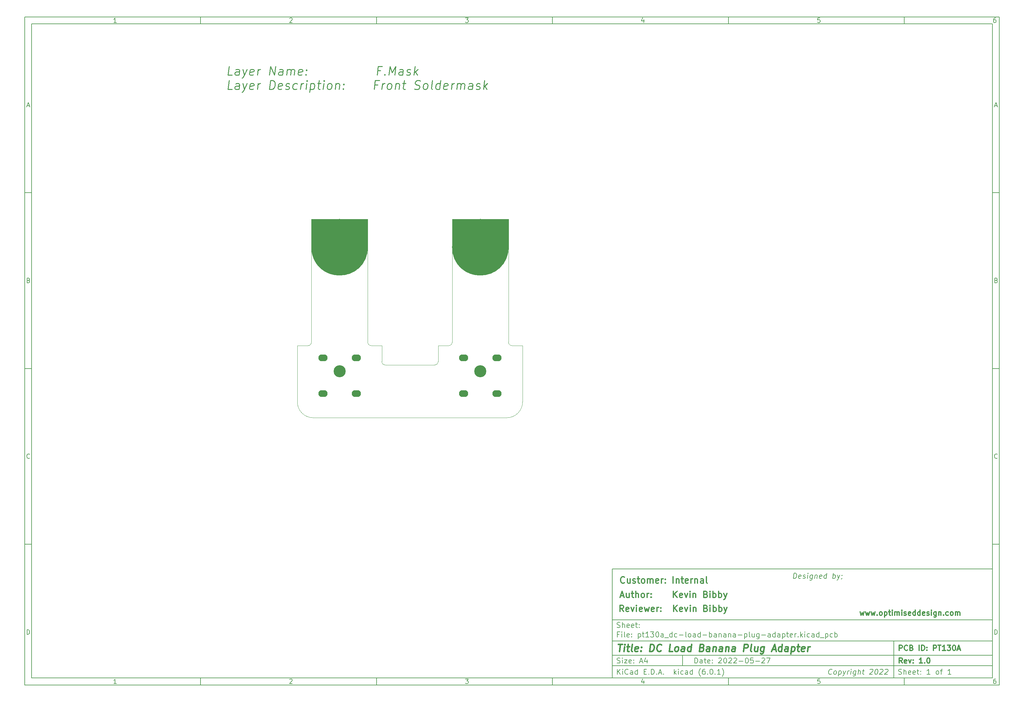
<source format=gbr>
%TF.GenerationSoftware,KiCad,Pcbnew,(6.0.1)*%
%TF.CreationDate,2022-05-27T18:48:01+01:00*%
%TF.ProjectId,pt130a_dc-load-banana-plug-adapter,70743133-3061-45f6-9463-2d6c6f61642d,1.0*%
%TF.SameCoordinates,PX53724e0PY7641700*%
%TF.FileFunction,Soldermask,Top*%
%TF.FilePolarity,Negative*%
%FSLAX46Y46*%
G04 Gerber Fmt 4.6, Leading zero omitted, Abs format (unit mm)*
G04 Created by KiCad (PCBNEW (6.0.1)) date 2022-05-27 18:48:01*
%MOMM*%
%LPD*%
G01*
G04 APERTURE LIST*
%ADD10C,0.100000*%
%ADD11C,0.150000*%
%ADD12C,0.300000*%
%ADD13C,0.400000*%
%ADD14C,0.360000*%
%ADD15C,8.050000*%
%TA.AperFunction,Profile*%
%ADD16C,0.050000*%
%TD*%
%ADD17C,0.250000*%
%ADD18O,2.630000X1.930000*%
%ADD19C,3.430000*%
G04 APERTURE END LIST*
D10*
D11*
X89502200Y-43007200D02*
X89502200Y-74007200D01*
X197502200Y-74007200D01*
X197502200Y-43007200D01*
X89502200Y-43007200D01*
D10*
D11*
X-77500000Y114000000D02*
X-77500000Y-76007200D01*
X199502200Y-76007200D01*
X199502200Y114000000D01*
X-77500000Y114000000D01*
D10*
D11*
X-75500000Y112000000D02*
X-75500000Y-74007200D01*
X197502200Y-74007200D01*
X197502200Y112000000D01*
X-75500000Y112000000D01*
D10*
D11*
X-27500000Y112000000D02*
X-27500000Y114000000D01*
D10*
D11*
X22500000Y112000000D02*
X22500000Y114000000D01*
D10*
D11*
X72500000Y112000000D02*
X72500000Y114000000D01*
D10*
D11*
X122500000Y112000000D02*
X122500000Y114000000D01*
D10*
D11*
X172500000Y112000000D02*
X172500000Y114000000D01*
D10*
D11*
X-51434524Y112411905D02*
X-52177381Y112411905D01*
X-51805953Y112411905D02*
X-51805953Y113711905D01*
X-51929762Y113526191D01*
X-52053572Y113402381D01*
X-52177381Y113340477D01*
D10*
D11*
X-2177381Y113588096D02*
X-2115477Y113650000D01*
X-1991667Y113711905D01*
X-1682143Y113711905D01*
X-1558334Y113650000D01*
X-1496429Y113588096D01*
X-1434524Y113464286D01*
X-1434524Y113340477D01*
X-1496429Y113154762D01*
X-2239286Y112411905D01*
X-1434524Y112411905D01*
D10*
D11*
X47760714Y113711905D02*
X48565476Y113711905D01*
X48132142Y113216667D01*
X48317857Y113216667D01*
X48441666Y113154762D01*
X48503571Y113092858D01*
X48565476Y112969048D01*
X48565476Y112659524D01*
X48503571Y112535715D01*
X48441666Y112473810D01*
X48317857Y112411905D01*
X47946428Y112411905D01*
X47822619Y112473810D01*
X47760714Y112535715D01*
D10*
D11*
X98441666Y113278572D02*
X98441666Y112411905D01*
X98132142Y113773810D02*
X97822619Y112845239D01*
X98627380Y112845239D01*
D10*
D11*
X148503571Y113711905D02*
X147884523Y113711905D01*
X147822619Y113092858D01*
X147884523Y113154762D01*
X148008333Y113216667D01*
X148317857Y113216667D01*
X148441666Y113154762D01*
X148503571Y113092858D01*
X148565476Y112969048D01*
X148565476Y112659524D01*
X148503571Y112535715D01*
X148441666Y112473810D01*
X148317857Y112411905D01*
X148008333Y112411905D01*
X147884523Y112473810D01*
X147822619Y112535715D01*
D10*
D11*
X198441666Y113711905D02*
X198194047Y113711905D01*
X198070238Y113650000D01*
X198008333Y113588096D01*
X197884523Y113402381D01*
X197822619Y113154762D01*
X197822619Y112659524D01*
X197884523Y112535715D01*
X197946428Y112473810D01*
X198070238Y112411905D01*
X198317857Y112411905D01*
X198441666Y112473810D01*
X198503571Y112535715D01*
X198565476Y112659524D01*
X198565476Y112969048D01*
X198503571Y113092858D01*
X198441666Y113154762D01*
X198317857Y113216667D01*
X198070238Y113216667D01*
X197946428Y113154762D01*
X197884523Y113092858D01*
X197822619Y112969048D01*
D10*
D11*
X-27500000Y-74007200D02*
X-27500000Y-76007200D01*
D10*
D11*
X22500000Y-74007200D02*
X22500000Y-76007200D01*
D10*
D11*
X72500000Y-74007200D02*
X72500000Y-76007200D01*
D10*
D11*
X122500000Y-74007200D02*
X122500000Y-76007200D01*
D10*
D11*
X172500000Y-74007200D02*
X172500000Y-76007200D01*
D10*
D11*
X-51434524Y-75595295D02*
X-52177381Y-75595295D01*
X-51805953Y-75595295D02*
X-51805953Y-74295295D01*
X-51929762Y-74481009D01*
X-52053572Y-74604819D01*
X-52177381Y-74666723D01*
D10*
D11*
X-2177381Y-74419104D02*
X-2115477Y-74357200D01*
X-1991667Y-74295295D01*
X-1682143Y-74295295D01*
X-1558334Y-74357200D01*
X-1496429Y-74419104D01*
X-1434524Y-74542914D01*
X-1434524Y-74666723D01*
X-1496429Y-74852438D01*
X-2239286Y-75595295D01*
X-1434524Y-75595295D01*
D10*
D11*
X47760714Y-74295295D02*
X48565476Y-74295295D01*
X48132142Y-74790533D01*
X48317857Y-74790533D01*
X48441666Y-74852438D01*
X48503571Y-74914342D01*
X48565476Y-75038152D01*
X48565476Y-75347676D01*
X48503571Y-75471485D01*
X48441666Y-75533390D01*
X48317857Y-75595295D01*
X47946428Y-75595295D01*
X47822619Y-75533390D01*
X47760714Y-75471485D01*
D10*
D11*
X98441666Y-74728628D02*
X98441666Y-75595295D01*
X98132142Y-74233390D02*
X97822619Y-75161961D01*
X98627380Y-75161961D01*
D10*
D11*
X148503571Y-74295295D02*
X147884523Y-74295295D01*
X147822619Y-74914342D01*
X147884523Y-74852438D01*
X148008333Y-74790533D01*
X148317857Y-74790533D01*
X148441666Y-74852438D01*
X148503571Y-74914342D01*
X148565476Y-75038152D01*
X148565476Y-75347676D01*
X148503571Y-75471485D01*
X148441666Y-75533390D01*
X148317857Y-75595295D01*
X148008333Y-75595295D01*
X147884523Y-75533390D01*
X147822619Y-75471485D01*
D10*
D11*
X198441666Y-74295295D02*
X198194047Y-74295295D01*
X198070238Y-74357200D01*
X198008333Y-74419104D01*
X197884523Y-74604819D01*
X197822619Y-74852438D01*
X197822619Y-75347676D01*
X197884523Y-75471485D01*
X197946428Y-75533390D01*
X198070238Y-75595295D01*
X198317857Y-75595295D01*
X198441666Y-75533390D01*
X198503571Y-75471485D01*
X198565476Y-75347676D01*
X198565476Y-75038152D01*
X198503571Y-74914342D01*
X198441666Y-74852438D01*
X198317857Y-74790533D01*
X198070238Y-74790533D01*
X197946428Y-74852438D01*
X197884523Y-74914342D01*
X197822619Y-75038152D01*
D10*
D11*
X-77500000Y64000000D02*
X-75500000Y64000000D01*
D10*
D11*
X-77500000Y14000000D02*
X-75500000Y14000000D01*
D10*
D11*
X-77500000Y-36000000D02*
X-75500000Y-36000000D01*
D10*
D11*
X-76809524Y88783334D02*
X-76190477Y88783334D01*
X-76933334Y88411905D02*
X-76500000Y89711905D01*
X-76066667Y88411905D01*
D10*
D11*
X-76407143Y39092858D02*
X-76221429Y39030953D01*
X-76159524Y38969048D01*
X-76097620Y38845239D01*
X-76097620Y38659524D01*
X-76159524Y38535715D01*
X-76221429Y38473810D01*
X-76345239Y38411905D01*
X-76840477Y38411905D01*
X-76840477Y39711905D01*
X-76407143Y39711905D01*
X-76283334Y39650000D01*
X-76221429Y39588096D01*
X-76159524Y39464286D01*
X-76159524Y39340477D01*
X-76221429Y39216667D01*
X-76283334Y39154762D01*
X-76407143Y39092858D01*
X-76840477Y39092858D01*
D10*
D11*
X-76097620Y-11464285D02*
X-76159524Y-11526190D01*
X-76345239Y-11588095D01*
X-76469048Y-11588095D01*
X-76654762Y-11526190D01*
X-76778572Y-11402380D01*
X-76840477Y-11278571D01*
X-76902381Y-11030952D01*
X-76902381Y-10845238D01*
X-76840477Y-10597619D01*
X-76778572Y-10473809D01*
X-76654762Y-10350000D01*
X-76469048Y-10288095D01*
X-76345239Y-10288095D01*
X-76159524Y-10350000D01*
X-76097620Y-10411904D01*
D10*
D11*
X-76840477Y-61588095D02*
X-76840477Y-60288095D01*
X-76530953Y-60288095D01*
X-76345239Y-60350000D01*
X-76221429Y-60473809D01*
X-76159524Y-60597619D01*
X-76097620Y-60845238D01*
X-76097620Y-61030952D01*
X-76159524Y-61278571D01*
X-76221429Y-61402380D01*
X-76345239Y-61526190D01*
X-76530953Y-61588095D01*
X-76840477Y-61588095D01*
D10*
D11*
X199502200Y64000000D02*
X197502200Y64000000D01*
D10*
D11*
X199502200Y14000000D02*
X197502200Y14000000D01*
D10*
D11*
X199502200Y-36000000D02*
X197502200Y-36000000D01*
D10*
D11*
X198192676Y88783334D02*
X198811723Y88783334D01*
X198068866Y88411905D02*
X198502200Y89711905D01*
X198935533Y88411905D01*
D10*
D11*
X198595057Y39092858D02*
X198780771Y39030953D01*
X198842676Y38969048D01*
X198904580Y38845239D01*
X198904580Y38659524D01*
X198842676Y38535715D01*
X198780771Y38473810D01*
X198656961Y38411905D01*
X198161723Y38411905D01*
X198161723Y39711905D01*
X198595057Y39711905D01*
X198718866Y39650000D01*
X198780771Y39588096D01*
X198842676Y39464286D01*
X198842676Y39340477D01*
X198780771Y39216667D01*
X198718866Y39154762D01*
X198595057Y39092858D01*
X198161723Y39092858D01*
D10*
D11*
X198904580Y-11464285D02*
X198842676Y-11526190D01*
X198656961Y-11588095D01*
X198533152Y-11588095D01*
X198347438Y-11526190D01*
X198223628Y-11402380D01*
X198161723Y-11278571D01*
X198099819Y-11030952D01*
X198099819Y-10845238D01*
X198161723Y-10597619D01*
X198223628Y-10473809D01*
X198347438Y-10350000D01*
X198533152Y-10288095D01*
X198656961Y-10288095D01*
X198842676Y-10350000D01*
X198904580Y-10411904D01*
D10*
D11*
X198161723Y-61588095D02*
X198161723Y-60288095D01*
X198471247Y-60288095D01*
X198656961Y-60350000D01*
X198780771Y-60473809D01*
X198842676Y-60597619D01*
X198904580Y-60845238D01*
X198904580Y-61030952D01*
X198842676Y-61278571D01*
X198780771Y-61402380D01*
X198656961Y-61526190D01*
X198471247Y-61588095D01*
X198161723Y-61588095D01*
D10*
D11*
X112934342Y-69785771D02*
X112934342Y-68285771D01*
X113291485Y-68285771D01*
X113505771Y-68357200D01*
X113648628Y-68500057D01*
X113720057Y-68642914D01*
X113791485Y-68928628D01*
X113791485Y-69142914D01*
X113720057Y-69428628D01*
X113648628Y-69571485D01*
X113505771Y-69714342D01*
X113291485Y-69785771D01*
X112934342Y-69785771D01*
X115077200Y-69785771D02*
X115077200Y-69000057D01*
X115005771Y-68857200D01*
X114862914Y-68785771D01*
X114577200Y-68785771D01*
X114434342Y-68857200D01*
X115077200Y-69714342D02*
X114934342Y-69785771D01*
X114577200Y-69785771D01*
X114434342Y-69714342D01*
X114362914Y-69571485D01*
X114362914Y-69428628D01*
X114434342Y-69285771D01*
X114577200Y-69214342D01*
X114934342Y-69214342D01*
X115077200Y-69142914D01*
X115577200Y-68785771D02*
X116148628Y-68785771D01*
X115791485Y-68285771D02*
X115791485Y-69571485D01*
X115862914Y-69714342D01*
X116005771Y-69785771D01*
X116148628Y-69785771D01*
X117220057Y-69714342D02*
X117077200Y-69785771D01*
X116791485Y-69785771D01*
X116648628Y-69714342D01*
X116577200Y-69571485D01*
X116577200Y-69000057D01*
X116648628Y-68857200D01*
X116791485Y-68785771D01*
X117077200Y-68785771D01*
X117220057Y-68857200D01*
X117291485Y-69000057D01*
X117291485Y-69142914D01*
X116577200Y-69285771D01*
X117934342Y-69642914D02*
X118005771Y-69714342D01*
X117934342Y-69785771D01*
X117862914Y-69714342D01*
X117934342Y-69642914D01*
X117934342Y-69785771D01*
X117934342Y-68857200D02*
X118005771Y-68928628D01*
X117934342Y-69000057D01*
X117862914Y-68928628D01*
X117934342Y-68857200D01*
X117934342Y-69000057D01*
X119720057Y-68428628D02*
X119791485Y-68357200D01*
X119934342Y-68285771D01*
X120291485Y-68285771D01*
X120434342Y-68357200D01*
X120505771Y-68428628D01*
X120577200Y-68571485D01*
X120577200Y-68714342D01*
X120505771Y-68928628D01*
X119648628Y-69785771D01*
X120577200Y-69785771D01*
X121505771Y-68285771D02*
X121648628Y-68285771D01*
X121791485Y-68357200D01*
X121862914Y-68428628D01*
X121934342Y-68571485D01*
X122005771Y-68857200D01*
X122005771Y-69214342D01*
X121934342Y-69500057D01*
X121862914Y-69642914D01*
X121791485Y-69714342D01*
X121648628Y-69785771D01*
X121505771Y-69785771D01*
X121362914Y-69714342D01*
X121291485Y-69642914D01*
X121220057Y-69500057D01*
X121148628Y-69214342D01*
X121148628Y-68857200D01*
X121220057Y-68571485D01*
X121291485Y-68428628D01*
X121362914Y-68357200D01*
X121505771Y-68285771D01*
X122577200Y-68428628D02*
X122648628Y-68357200D01*
X122791485Y-68285771D01*
X123148628Y-68285771D01*
X123291485Y-68357200D01*
X123362914Y-68428628D01*
X123434342Y-68571485D01*
X123434342Y-68714342D01*
X123362914Y-68928628D01*
X122505771Y-69785771D01*
X123434342Y-69785771D01*
X124005771Y-68428628D02*
X124077200Y-68357200D01*
X124220057Y-68285771D01*
X124577200Y-68285771D01*
X124720057Y-68357200D01*
X124791485Y-68428628D01*
X124862914Y-68571485D01*
X124862914Y-68714342D01*
X124791485Y-68928628D01*
X123934342Y-69785771D01*
X124862914Y-69785771D01*
X125505771Y-69214342D02*
X126648628Y-69214342D01*
X127648628Y-68285771D02*
X127791485Y-68285771D01*
X127934342Y-68357200D01*
X128005771Y-68428628D01*
X128077200Y-68571485D01*
X128148628Y-68857200D01*
X128148628Y-69214342D01*
X128077200Y-69500057D01*
X128005771Y-69642914D01*
X127934342Y-69714342D01*
X127791485Y-69785771D01*
X127648628Y-69785771D01*
X127505771Y-69714342D01*
X127434342Y-69642914D01*
X127362914Y-69500057D01*
X127291485Y-69214342D01*
X127291485Y-68857200D01*
X127362914Y-68571485D01*
X127434342Y-68428628D01*
X127505771Y-68357200D01*
X127648628Y-68285771D01*
X129505771Y-68285771D02*
X128791485Y-68285771D01*
X128720057Y-69000057D01*
X128791485Y-68928628D01*
X128934342Y-68857200D01*
X129291485Y-68857200D01*
X129434342Y-68928628D01*
X129505771Y-69000057D01*
X129577200Y-69142914D01*
X129577200Y-69500057D01*
X129505771Y-69642914D01*
X129434342Y-69714342D01*
X129291485Y-69785771D01*
X128934342Y-69785771D01*
X128791485Y-69714342D01*
X128720057Y-69642914D01*
X130220057Y-69214342D02*
X131362914Y-69214342D01*
X132005771Y-68428628D02*
X132077200Y-68357200D01*
X132220057Y-68285771D01*
X132577200Y-68285771D01*
X132720057Y-68357200D01*
X132791485Y-68428628D01*
X132862914Y-68571485D01*
X132862914Y-68714342D01*
X132791485Y-68928628D01*
X131934342Y-69785771D01*
X132862914Y-69785771D01*
X133362914Y-68285771D02*
X134362914Y-68285771D01*
X133720057Y-69785771D01*
D10*
D11*
X89502200Y-70507200D02*
X197502200Y-70507200D01*
D10*
D11*
X90934342Y-72985771D02*
X90934342Y-71485771D01*
X91791485Y-72985771D02*
X91148628Y-72128628D01*
X91791485Y-71485771D02*
X90934342Y-72342914D01*
X92434342Y-72985771D02*
X92434342Y-71985771D01*
X92434342Y-71485771D02*
X92362914Y-71557200D01*
X92434342Y-71628628D01*
X92505771Y-71557200D01*
X92434342Y-71485771D01*
X92434342Y-71628628D01*
X94005771Y-72842914D02*
X93934342Y-72914342D01*
X93720057Y-72985771D01*
X93577200Y-72985771D01*
X93362914Y-72914342D01*
X93220057Y-72771485D01*
X93148628Y-72628628D01*
X93077200Y-72342914D01*
X93077200Y-72128628D01*
X93148628Y-71842914D01*
X93220057Y-71700057D01*
X93362914Y-71557200D01*
X93577200Y-71485771D01*
X93720057Y-71485771D01*
X93934342Y-71557200D01*
X94005771Y-71628628D01*
X95291485Y-72985771D02*
X95291485Y-72200057D01*
X95220057Y-72057200D01*
X95077200Y-71985771D01*
X94791485Y-71985771D01*
X94648628Y-72057200D01*
X95291485Y-72914342D02*
X95148628Y-72985771D01*
X94791485Y-72985771D01*
X94648628Y-72914342D01*
X94577200Y-72771485D01*
X94577200Y-72628628D01*
X94648628Y-72485771D01*
X94791485Y-72414342D01*
X95148628Y-72414342D01*
X95291485Y-72342914D01*
X96648628Y-72985771D02*
X96648628Y-71485771D01*
X96648628Y-72914342D02*
X96505771Y-72985771D01*
X96220057Y-72985771D01*
X96077200Y-72914342D01*
X96005771Y-72842914D01*
X95934342Y-72700057D01*
X95934342Y-72271485D01*
X96005771Y-72128628D01*
X96077200Y-72057200D01*
X96220057Y-71985771D01*
X96505771Y-71985771D01*
X96648628Y-72057200D01*
X98505771Y-72200057D02*
X99005771Y-72200057D01*
X99220057Y-72985771D02*
X98505771Y-72985771D01*
X98505771Y-71485771D01*
X99220057Y-71485771D01*
X99862914Y-72842914D02*
X99934342Y-72914342D01*
X99862914Y-72985771D01*
X99791485Y-72914342D01*
X99862914Y-72842914D01*
X99862914Y-72985771D01*
X100577200Y-72985771D02*
X100577200Y-71485771D01*
X100934342Y-71485771D01*
X101148628Y-71557200D01*
X101291485Y-71700057D01*
X101362914Y-71842914D01*
X101434342Y-72128628D01*
X101434342Y-72342914D01*
X101362914Y-72628628D01*
X101291485Y-72771485D01*
X101148628Y-72914342D01*
X100934342Y-72985771D01*
X100577200Y-72985771D01*
X102077200Y-72842914D02*
X102148628Y-72914342D01*
X102077200Y-72985771D01*
X102005771Y-72914342D01*
X102077200Y-72842914D01*
X102077200Y-72985771D01*
X102720057Y-72557200D02*
X103434342Y-72557200D01*
X102577200Y-72985771D02*
X103077200Y-71485771D01*
X103577200Y-72985771D01*
X104077200Y-72842914D02*
X104148628Y-72914342D01*
X104077200Y-72985771D01*
X104005771Y-72914342D01*
X104077200Y-72842914D01*
X104077200Y-72985771D01*
X107077200Y-72985771D02*
X107077200Y-71485771D01*
X107220057Y-72414342D02*
X107648628Y-72985771D01*
X107648628Y-71985771D02*
X107077200Y-72557200D01*
X108291485Y-72985771D02*
X108291485Y-71985771D01*
X108291485Y-71485771D02*
X108220057Y-71557200D01*
X108291485Y-71628628D01*
X108362914Y-71557200D01*
X108291485Y-71485771D01*
X108291485Y-71628628D01*
X109648628Y-72914342D02*
X109505771Y-72985771D01*
X109220057Y-72985771D01*
X109077200Y-72914342D01*
X109005771Y-72842914D01*
X108934342Y-72700057D01*
X108934342Y-72271485D01*
X109005771Y-72128628D01*
X109077200Y-72057200D01*
X109220057Y-71985771D01*
X109505771Y-71985771D01*
X109648628Y-72057200D01*
X110934342Y-72985771D02*
X110934342Y-72200057D01*
X110862914Y-72057200D01*
X110720057Y-71985771D01*
X110434342Y-71985771D01*
X110291485Y-72057200D01*
X110934342Y-72914342D02*
X110791485Y-72985771D01*
X110434342Y-72985771D01*
X110291485Y-72914342D01*
X110220057Y-72771485D01*
X110220057Y-72628628D01*
X110291485Y-72485771D01*
X110434342Y-72414342D01*
X110791485Y-72414342D01*
X110934342Y-72342914D01*
X112291485Y-72985771D02*
X112291485Y-71485771D01*
X112291485Y-72914342D02*
X112148628Y-72985771D01*
X111862914Y-72985771D01*
X111720057Y-72914342D01*
X111648628Y-72842914D01*
X111577200Y-72700057D01*
X111577200Y-72271485D01*
X111648628Y-72128628D01*
X111720057Y-72057200D01*
X111862914Y-71985771D01*
X112148628Y-71985771D01*
X112291485Y-72057200D01*
X114577200Y-73557200D02*
X114505771Y-73485771D01*
X114362914Y-73271485D01*
X114291485Y-73128628D01*
X114220057Y-72914342D01*
X114148628Y-72557200D01*
X114148628Y-72271485D01*
X114220057Y-71914342D01*
X114291485Y-71700057D01*
X114362914Y-71557200D01*
X114505771Y-71342914D01*
X114577200Y-71271485D01*
X115791485Y-71485771D02*
X115505771Y-71485771D01*
X115362914Y-71557200D01*
X115291485Y-71628628D01*
X115148628Y-71842914D01*
X115077200Y-72128628D01*
X115077200Y-72700057D01*
X115148628Y-72842914D01*
X115220057Y-72914342D01*
X115362914Y-72985771D01*
X115648628Y-72985771D01*
X115791485Y-72914342D01*
X115862914Y-72842914D01*
X115934342Y-72700057D01*
X115934342Y-72342914D01*
X115862914Y-72200057D01*
X115791485Y-72128628D01*
X115648628Y-72057200D01*
X115362914Y-72057200D01*
X115220057Y-72128628D01*
X115148628Y-72200057D01*
X115077200Y-72342914D01*
X116577200Y-72842914D02*
X116648628Y-72914342D01*
X116577200Y-72985771D01*
X116505771Y-72914342D01*
X116577200Y-72842914D01*
X116577200Y-72985771D01*
X117577200Y-71485771D02*
X117720057Y-71485771D01*
X117862914Y-71557200D01*
X117934342Y-71628628D01*
X118005771Y-71771485D01*
X118077200Y-72057200D01*
X118077200Y-72414342D01*
X118005771Y-72700057D01*
X117934342Y-72842914D01*
X117862914Y-72914342D01*
X117720057Y-72985771D01*
X117577200Y-72985771D01*
X117434342Y-72914342D01*
X117362914Y-72842914D01*
X117291485Y-72700057D01*
X117220057Y-72414342D01*
X117220057Y-72057200D01*
X117291485Y-71771485D01*
X117362914Y-71628628D01*
X117434342Y-71557200D01*
X117577200Y-71485771D01*
X118720057Y-72842914D02*
X118791485Y-72914342D01*
X118720057Y-72985771D01*
X118648628Y-72914342D01*
X118720057Y-72842914D01*
X118720057Y-72985771D01*
X120220057Y-72985771D02*
X119362914Y-72985771D01*
X119791485Y-72985771D02*
X119791485Y-71485771D01*
X119648628Y-71700057D01*
X119505771Y-71842914D01*
X119362914Y-71914342D01*
X120720057Y-73557200D02*
X120791485Y-73485771D01*
X120934342Y-73271485D01*
X121005771Y-73128628D01*
X121077200Y-72914342D01*
X121148628Y-72557200D01*
X121148628Y-72271485D01*
X121077200Y-71914342D01*
X121005771Y-71700057D01*
X120934342Y-71557200D01*
X120791485Y-71342914D01*
X120720057Y-71271485D01*
D10*
D11*
X89502000Y-67507000D02*
X197502000Y-67507000D01*
D10*
D11*
X151816271Y-72842914D02*
X151735914Y-72914342D01*
X151512700Y-72985771D01*
X151369842Y-72985771D01*
X151164485Y-72914342D01*
X151039485Y-72771485D01*
X150985914Y-72628628D01*
X150950200Y-72342914D01*
X150976985Y-72128628D01*
X151084128Y-71842914D01*
X151173414Y-71700057D01*
X151334128Y-71557200D01*
X151557342Y-71485771D01*
X151700200Y-71485771D01*
X151905557Y-71557200D01*
X151968057Y-71628628D01*
X152655557Y-72985771D02*
X152521628Y-72914342D01*
X152459128Y-72842914D01*
X152405557Y-72700057D01*
X152459128Y-72271485D01*
X152548414Y-72128628D01*
X152628771Y-72057200D01*
X152780557Y-71985771D01*
X152994842Y-71985771D01*
X153128771Y-72057200D01*
X153191271Y-72128628D01*
X153244842Y-72271485D01*
X153191271Y-72700057D01*
X153101985Y-72842914D01*
X153021628Y-72914342D01*
X152869842Y-72985771D01*
X152655557Y-72985771D01*
X153923414Y-71985771D02*
X153735914Y-73485771D01*
X153914485Y-72057200D02*
X154066271Y-71985771D01*
X154351985Y-71985771D01*
X154485914Y-72057200D01*
X154548414Y-72128628D01*
X154601985Y-72271485D01*
X154548414Y-72700057D01*
X154459128Y-72842914D01*
X154378771Y-72914342D01*
X154226985Y-72985771D01*
X153941271Y-72985771D01*
X153807342Y-72914342D01*
X155137700Y-71985771D02*
X155369842Y-72985771D01*
X155851985Y-71985771D02*
X155369842Y-72985771D01*
X155182342Y-73342914D01*
X155101985Y-73414342D01*
X154950200Y-73485771D01*
X156298414Y-72985771D02*
X156423414Y-71985771D01*
X156387700Y-72271485D02*
X156476985Y-72128628D01*
X156557342Y-72057200D01*
X156709128Y-71985771D01*
X156851985Y-71985771D01*
X157226985Y-72985771D02*
X157351985Y-71985771D01*
X157414485Y-71485771D02*
X157334128Y-71557200D01*
X157396628Y-71628628D01*
X157476985Y-71557200D01*
X157414485Y-71485771D01*
X157396628Y-71628628D01*
X158709128Y-71985771D02*
X158557342Y-73200057D01*
X158468057Y-73342914D01*
X158387700Y-73414342D01*
X158235914Y-73485771D01*
X158021628Y-73485771D01*
X157887700Y-73414342D01*
X158593057Y-72914342D02*
X158441271Y-72985771D01*
X158155557Y-72985771D01*
X158021628Y-72914342D01*
X157959128Y-72842914D01*
X157905557Y-72700057D01*
X157959128Y-72271485D01*
X158048414Y-72128628D01*
X158128771Y-72057200D01*
X158280557Y-71985771D01*
X158566271Y-71985771D01*
X158700200Y-72057200D01*
X159298414Y-72985771D02*
X159485914Y-71485771D01*
X159941271Y-72985771D02*
X160039485Y-72200057D01*
X159985914Y-72057200D01*
X159851985Y-71985771D01*
X159637700Y-71985771D01*
X159485914Y-72057200D01*
X159405557Y-72128628D01*
X160566271Y-71985771D02*
X161137700Y-71985771D01*
X160843057Y-71485771D02*
X160682342Y-72771485D01*
X160735914Y-72914342D01*
X160869842Y-72985771D01*
X161012700Y-72985771D01*
X162753771Y-71628628D02*
X162834128Y-71557200D01*
X162985914Y-71485771D01*
X163343057Y-71485771D01*
X163476985Y-71557200D01*
X163539485Y-71628628D01*
X163593057Y-71771485D01*
X163575200Y-71914342D01*
X163476985Y-72128628D01*
X162512700Y-72985771D01*
X163441271Y-72985771D01*
X164557342Y-71485771D02*
X164700200Y-71485771D01*
X164834128Y-71557200D01*
X164896628Y-71628628D01*
X164950200Y-71771485D01*
X164985914Y-72057200D01*
X164941271Y-72414342D01*
X164834128Y-72700057D01*
X164744842Y-72842914D01*
X164664485Y-72914342D01*
X164512700Y-72985771D01*
X164369842Y-72985771D01*
X164235914Y-72914342D01*
X164173414Y-72842914D01*
X164119842Y-72700057D01*
X164084128Y-72414342D01*
X164128771Y-72057200D01*
X164235914Y-71771485D01*
X164325200Y-71628628D01*
X164405557Y-71557200D01*
X164557342Y-71485771D01*
X165610914Y-71628628D02*
X165691271Y-71557200D01*
X165843057Y-71485771D01*
X166200200Y-71485771D01*
X166334128Y-71557200D01*
X166396628Y-71628628D01*
X166450200Y-71771485D01*
X166432342Y-71914342D01*
X166334128Y-72128628D01*
X165369842Y-72985771D01*
X166298414Y-72985771D01*
X167039485Y-71628628D02*
X167119842Y-71557200D01*
X167271628Y-71485771D01*
X167628771Y-71485771D01*
X167762700Y-71557200D01*
X167825200Y-71628628D01*
X167878771Y-71771485D01*
X167860914Y-71914342D01*
X167762700Y-72128628D01*
X166798414Y-72985771D01*
X167726985Y-72985771D01*
D10*
D12*
X171052342Y-66185771D02*
X171052342Y-64685771D01*
X171623771Y-64685771D01*
X171766628Y-64757200D01*
X171838057Y-64828628D01*
X171909485Y-64971485D01*
X171909485Y-65185771D01*
X171838057Y-65328628D01*
X171766628Y-65400057D01*
X171623771Y-65471485D01*
X171052342Y-65471485D01*
X173409485Y-66042914D02*
X173338057Y-66114342D01*
X173123771Y-66185771D01*
X172980914Y-66185771D01*
X172766628Y-66114342D01*
X172623771Y-65971485D01*
X172552342Y-65828628D01*
X172480914Y-65542914D01*
X172480914Y-65328628D01*
X172552342Y-65042914D01*
X172623771Y-64900057D01*
X172766628Y-64757200D01*
X172980914Y-64685771D01*
X173123771Y-64685771D01*
X173338057Y-64757200D01*
X173409485Y-64828628D01*
X174552342Y-65400057D02*
X174766628Y-65471485D01*
X174838057Y-65542914D01*
X174909485Y-65685771D01*
X174909485Y-65900057D01*
X174838057Y-66042914D01*
X174766628Y-66114342D01*
X174623771Y-66185771D01*
X174052342Y-66185771D01*
X174052342Y-64685771D01*
X174552342Y-64685771D01*
X174695200Y-64757200D01*
X174766628Y-64828628D01*
X174838057Y-64971485D01*
X174838057Y-65114342D01*
X174766628Y-65257200D01*
X174695200Y-65328628D01*
X174552342Y-65400057D01*
X174052342Y-65400057D01*
X176695200Y-66185771D02*
X176695200Y-64685771D01*
X177409485Y-66185771D02*
X177409485Y-64685771D01*
X177766628Y-64685771D01*
X177980914Y-64757200D01*
X178123771Y-64900057D01*
X178195200Y-65042914D01*
X178266628Y-65328628D01*
X178266628Y-65542914D01*
X178195200Y-65828628D01*
X178123771Y-65971485D01*
X177980914Y-66114342D01*
X177766628Y-66185771D01*
X177409485Y-66185771D01*
X178909485Y-66042914D02*
X178980914Y-66114342D01*
X178909485Y-66185771D01*
X178838057Y-66114342D01*
X178909485Y-66042914D01*
X178909485Y-66185771D01*
X178909485Y-65257200D02*
X178980914Y-65328628D01*
X178909485Y-65400057D01*
X178838057Y-65328628D01*
X178909485Y-65257200D01*
X178909485Y-65400057D01*
X180766628Y-66185771D02*
X180766628Y-64685771D01*
X181338057Y-64685771D01*
X181480914Y-64757200D01*
X181552342Y-64828628D01*
X181623771Y-64971485D01*
X181623771Y-65185771D01*
X181552342Y-65328628D01*
X181480914Y-65400057D01*
X181338057Y-65471485D01*
X180766628Y-65471485D01*
X182052342Y-64685771D02*
X182909485Y-64685771D01*
X182480914Y-66185771D02*
X182480914Y-64685771D01*
X184195200Y-66185771D02*
X183338057Y-66185771D01*
X183766628Y-66185771D02*
X183766628Y-64685771D01*
X183623771Y-64900057D01*
X183480914Y-65042914D01*
X183338057Y-65114342D01*
X184695200Y-64685771D02*
X185623771Y-64685771D01*
X185123771Y-65257200D01*
X185338057Y-65257200D01*
X185480914Y-65328628D01*
X185552342Y-65400057D01*
X185623771Y-65542914D01*
X185623771Y-65900057D01*
X185552342Y-66042914D01*
X185480914Y-66114342D01*
X185338057Y-66185771D01*
X184909485Y-66185771D01*
X184766628Y-66114342D01*
X184695200Y-66042914D01*
X186552342Y-64685771D02*
X186695200Y-64685771D01*
X186838057Y-64757200D01*
X186909485Y-64828628D01*
X186980914Y-64971485D01*
X187052342Y-65257200D01*
X187052342Y-65614342D01*
X186980914Y-65900057D01*
X186909485Y-66042914D01*
X186838057Y-66114342D01*
X186695200Y-66185771D01*
X186552342Y-66185771D01*
X186409485Y-66114342D01*
X186338057Y-66042914D01*
X186266628Y-65900057D01*
X186195200Y-65614342D01*
X186195200Y-65257200D01*
X186266628Y-64971485D01*
X186338057Y-64828628D01*
X186409485Y-64757200D01*
X186552342Y-64685771D01*
X187623771Y-65757200D02*
X188338057Y-65757200D01*
X187480914Y-66185771D02*
X187980914Y-64685771D01*
X188480914Y-66185771D01*
D10*
D12*
X171911285Y-69785571D02*
X171411285Y-69071285D01*
X171054142Y-69785571D02*
X171054142Y-68285571D01*
X171625571Y-68285571D01*
X171768428Y-68357000D01*
X171839857Y-68428428D01*
X171911285Y-68571285D01*
X171911285Y-68785571D01*
X171839857Y-68928428D01*
X171768428Y-68999857D01*
X171625571Y-69071285D01*
X171054142Y-69071285D01*
X173125571Y-69714142D02*
X172982714Y-69785571D01*
X172697000Y-69785571D01*
X172554142Y-69714142D01*
X172482714Y-69571285D01*
X172482714Y-68999857D01*
X172554142Y-68857000D01*
X172697000Y-68785571D01*
X172982714Y-68785571D01*
X173125571Y-68857000D01*
X173197000Y-68999857D01*
X173197000Y-69142714D01*
X172482714Y-69285571D01*
X173697000Y-68785571D02*
X174054142Y-69785571D01*
X174411285Y-68785571D01*
X174982714Y-69642714D02*
X175054142Y-69714142D01*
X174982714Y-69785571D01*
X174911285Y-69714142D01*
X174982714Y-69642714D01*
X174982714Y-69785571D01*
X174982714Y-68857000D02*
X175054142Y-68928428D01*
X174982714Y-68999857D01*
X174911285Y-68928428D01*
X174982714Y-68857000D01*
X174982714Y-68999857D01*
X177625571Y-69785571D02*
X176768428Y-69785571D01*
X177197000Y-69785571D02*
X177197000Y-68285571D01*
X177054142Y-68499857D01*
X176911285Y-68642714D01*
X176768428Y-68714142D01*
X178268428Y-69642714D02*
X178339857Y-69714142D01*
X178268428Y-69785571D01*
X178197000Y-69714142D01*
X178268428Y-69642714D01*
X178268428Y-69785571D01*
X179268428Y-68285571D02*
X179411285Y-68285571D01*
X179554142Y-68357000D01*
X179625571Y-68428428D01*
X179697000Y-68571285D01*
X179768428Y-68857000D01*
X179768428Y-69214142D01*
X179697000Y-69499857D01*
X179625571Y-69642714D01*
X179554142Y-69714142D01*
X179411285Y-69785571D01*
X179268428Y-69785571D01*
X179125571Y-69714142D01*
X179054142Y-69642714D01*
X178982714Y-69499857D01*
X178911285Y-69214142D01*
X178911285Y-68857000D01*
X178982714Y-68571285D01*
X179054142Y-68428428D01*
X179125571Y-68357000D01*
X179268428Y-68285571D01*
D10*
D11*
X90862914Y-69714342D02*
X91077200Y-69785771D01*
X91434342Y-69785771D01*
X91577200Y-69714342D01*
X91648628Y-69642914D01*
X91720057Y-69500057D01*
X91720057Y-69357200D01*
X91648628Y-69214342D01*
X91577200Y-69142914D01*
X91434342Y-69071485D01*
X91148628Y-69000057D01*
X91005771Y-68928628D01*
X90934342Y-68857200D01*
X90862914Y-68714342D01*
X90862914Y-68571485D01*
X90934342Y-68428628D01*
X91005771Y-68357200D01*
X91148628Y-68285771D01*
X91505771Y-68285771D01*
X91720057Y-68357200D01*
X92362914Y-69785771D02*
X92362914Y-68785771D01*
X92362914Y-68285771D02*
X92291485Y-68357200D01*
X92362914Y-68428628D01*
X92434342Y-68357200D01*
X92362914Y-68285771D01*
X92362914Y-68428628D01*
X92934342Y-68785771D02*
X93720057Y-68785771D01*
X92934342Y-69785771D01*
X93720057Y-69785771D01*
X94862914Y-69714342D02*
X94720057Y-69785771D01*
X94434342Y-69785771D01*
X94291485Y-69714342D01*
X94220057Y-69571485D01*
X94220057Y-69000057D01*
X94291485Y-68857200D01*
X94434342Y-68785771D01*
X94720057Y-68785771D01*
X94862914Y-68857200D01*
X94934342Y-69000057D01*
X94934342Y-69142914D01*
X94220057Y-69285771D01*
X95577200Y-69642914D02*
X95648628Y-69714342D01*
X95577200Y-69785771D01*
X95505771Y-69714342D01*
X95577200Y-69642914D01*
X95577200Y-69785771D01*
X95577200Y-68857200D02*
X95648628Y-68928628D01*
X95577200Y-69000057D01*
X95505771Y-68928628D01*
X95577200Y-68857200D01*
X95577200Y-69000057D01*
X97362914Y-69357200D02*
X98077200Y-69357200D01*
X97220057Y-69785771D02*
X97720057Y-68285771D01*
X98220057Y-69785771D01*
X99362914Y-68785771D02*
X99362914Y-69785771D01*
X99005771Y-68214342D02*
X98648628Y-69285771D01*
X99577200Y-69285771D01*
D10*
D11*
X170862914Y-72914342D02*
X171077200Y-72985771D01*
X171434342Y-72985771D01*
X171577200Y-72914342D01*
X171648628Y-72842914D01*
X171720057Y-72700057D01*
X171720057Y-72557200D01*
X171648628Y-72414342D01*
X171577200Y-72342914D01*
X171434342Y-72271485D01*
X171148628Y-72200057D01*
X171005771Y-72128628D01*
X170934342Y-72057200D01*
X170862914Y-71914342D01*
X170862914Y-71771485D01*
X170934342Y-71628628D01*
X171005771Y-71557200D01*
X171148628Y-71485771D01*
X171505771Y-71485771D01*
X171720057Y-71557200D01*
X172362914Y-72985771D02*
X172362914Y-71485771D01*
X173005771Y-72985771D02*
X173005771Y-72200057D01*
X172934342Y-72057200D01*
X172791485Y-71985771D01*
X172577200Y-71985771D01*
X172434342Y-72057200D01*
X172362914Y-72128628D01*
X174291485Y-72914342D02*
X174148628Y-72985771D01*
X173862914Y-72985771D01*
X173720057Y-72914342D01*
X173648628Y-72771485D01*
X173648628Y-72200057D01*
X173720057Y-72057200D01*
X173862914Y-71985771D01*
X174148628Y-71985771D01*
X174291485Y-72057200D01*
X174362914Y-72200057D01*
X174362914Y-72342914D01*
X173648628Y-72485771D01*
X175577200Y-72914342D02*
X175434342Y-72985771D01*
X175148628Y-72985771D01*
X175005771Y-72914342D01*
X174934342Y-72771485D01*
X174934342Y-72200057D01*
X175005771Y-72057200D01*
X175148628Y-71985771D01*
X175434342Y-71985771D01*
X175577200Y-72057200D01*
X175648628Y-72200057D01*
X175648628Y-72342914D01*
X174934342Y-72485771D01*
X176077200Y-71985771D02*
X176648628Y-71985771D01*
X176291485Y-71485771D02*
X176291485Y-72771485D01*
X176362914Y-72914342D01*
X176505771Y-72985771D01*
X176648628Y-72985771D01*
X177148628Y-72842914D02*
X177220057Y-72914342D01*
X177148628Y-72985771D01*
X177077200Y-72914342D01*
X177148628Y-72842914D01*
X177148628Y-72985771D01*
X177148628Y-72057200D02*
X177220057Y-72128628D01*
X177148628Y-72200057D01*
X177077200Y-72128628D01*
X177148628Y-72057200D01*
X177148628Y-72200057D01*
X179791485Y-72985771D02*
X178934342Y-72985771D01*
X179362914Y-72985771D02*
X179362914Y-71485771D01*
X179220057Y-71700057D01*
X179077200Y-71842914D01*
X178934342Y-71914342D01*
X181791485Y-72985771D02*
X181648628Y-72914342D01*
X181577200Y-72842914D01*
X181505771Y-72700057D01*
X181505771Y-72271485D01*
X181577200Y-72128628D01*
X181648628Y-72057200D01*
X181791485Y-71985771D01*
X182005771Y-71985771D01*
X182148628Y-72057200D01*
X182220057Y-72128628D01*
X182291485Y-72271485D01*
X182291485Y-72700057D01*
X182220057Y-72842914D01*
X182148628Y-72914342D01*
X182005771Y-72985771D01*
X181791485Y-72985771D01*
X182720057Y-71985771D02*
X183291485Y-71985771D01*
X182934342Y-72985771D02*
X182934342Y-71700057D01*
X183005771Y-71557200D01*
X183148628Y-71485771D01*
X183291485Y-71485771D01*
X185720057Y-72985771D02*
X184862914Y-72985771D01*
X185291485Y-72985771D02*
X185291485Y-71485771D01*
X185148628Y-71700057D01*
X185005771Y-71842914D01*
X184862914Y-71914342D01*
D10*
D11*
X89502200Y-63507200D02*
X197502200Y-63507200D01*
D10*
D13*
X91214580Y-64411961D02*
X92357438Y-64411961D01*
X91536009Y-66411961D02*
X91786009Y-64411961D01*
X92774104Y-66411961D02*
X92940771Y-65078628D01*
X93024104Y-64411961D02*
X92916961Y-64507200D01*
X93000295Y-64602438D01*
X93107438Y-64507200D01*
X93024104Y-64411961D01*
X93000295Y-64602438D01*
X93607438Y-65078628D02*
X94369342Y-65078628D01*
X93976485Y-64411961D02*
X93762200Y-66126247D01*
X93833628Y-66316723D01*
X94012200Y-66411961D01*
X94202676Y-66411961D01*
X95155057Y-66411961D02*
X94976485Y-66316723D01*
X94905057Y-66126247D01*
X95119342Y-64411961D01*
X96690771Y-66316723D02*
X96488390Y-66411961D01*
X96107438Y-66411961D01*
X95928866Y-66316723D01*
X95857438Y-66126247D01*
X95952676Y-65364342D01*
X96071723Y-65173866D01*
X96274104Y-65078628D01*
X96655057Y-65078628D01*
X96833628Y-65173866D01*
X96905057Y-65364342D01*
X96881247Y-65554819D01*
X95905057Y-65745295D01*
X97655057Y-66221485D02*
X97738390Y-66316723D01*
X97631247Y-66411961D01*
X97547914Y-66316723D01*
X97655057Y-66221485D01*
X97631247Y-66411961D01*
X97786009Y-65173866D02*
X97869342Y-65269104D01*
X97762200Y-65364342D01*
X97678866Y-65269104D01*
X97786009Y-65173866D01*
X97762200Y-65364342D01*
X100107438Y-66411961D02*
X100357438Y-64411961D01*
X100833628Y-64411961D01*
X101107438Y-64507200D01*
X101274104Y-64697676D01*
X101345533Y-64888152D01*
X101393152Y-65269104D01*
X101357438Y-65554819D01*
X101214580Y-65935771D01*
X101095533Y-66126247D01*
X100881247Y-66316723D01*
X100583628Y-66411961D01*
X100107438Y-66411961D01*
X103274104Y-66221485D02*
X103166961Y-66316723D01*
X102869342Y-66411961D01*
X102678866Y-66411961D01*
X102405057Y-66316723D01*
X102238390Y-66126247D01*
X102166961Y-65935771D01*
X102119342Y-65554819D01*
X102155057Y-65269104D01*
X102297914Y-64888152D01*
X102416961Y-64697676D01*
X102631247Y-64507200D01*
X102928866Y-64411961D01*
X103119342Y-64411961D01*
X103393152Y-64507200D01*
X103476485Y-64602438D01*
X106583628Y-66411961D02*
X105631247Y-66411961D01*
X105881247Y-64411961D01*
X107536009Y-66411961D02*
X107357438Y-66316723D01*
X107274104Y-66221485D01*
X107202676Y-66031009D01*
X107274104Y-65459580D01*
X107393152Y-65269104D01*
X107500295Y-65173866D01*
X107702676Y-65078628D01*
X107988390Y-65078628D01*
X108166961Y-65173866D01*
X108250295Y-65269104D01*
X108321723Y-65459580D01*
X108250295Y-66031009D01*
X108131247Y-66221485D01*
X108024104Y-66316723D01*
X107821723Y-66411961D01*
X107536009Y-66411961D01*
X109916961Y-66411961D02*
X110047914Y-65364342D01*
X109976485Y-65173866D01*
X109797914Y-65078628D01*
X109416961Y-65078628D01*
X109214580Y-65173866D01*
X109928866Y-66316723D02*
X109726485Y-66411961D01*
X109250295Y-66411961D01*
X109071723Y-66316723D01*
X109000295Y-66126247D01*
X109024104Y-65935771D01*
X109143152Y-65745295D01*
X109345533Y-65650057D01*
X109821723Y-65650057D01*
X110024104Y-65554819D01*
X111726485Y-66411961D02*
X111976485Y-64411961D01*
X111738390Y-66316723D02*
X111536009Y-66411961D01*
X111155057Y-66411961D01*
X110976485Y-66316723D01*
X110893152Y-66221485D01*
X110821723Y-66031009D01*
X110893152Y-65459580D01*
X111012200Y-65269104D01*
X111119342Y-65173866D01*
X111321723Y-65078628D01*
X111702676Y-65078628D01*
X111881247Y-65173866D01*
X115000295Y-65364342D02*
X115274104Y-65459580D01*
X115357438Y-65554819D01*
X115428866Y-65745295D01*
X115393152Y-66031009D01*
X115274104Y-66221485D01*
X115166961Y-66316723D01*
X114964580Y-66411961D01*
X114202676Y-66411961D01*
X114452676Y-64411961D01*
X115119342Y-64411961D01*
X115297914Y-64507200D01*
X115381247Y-64602438D01*
X115452676Y-64792914D01*
X115428866Y-64983390D01*
X115309819Y-65173866D01*
X115202676Y-65269104D01*
X115000295Y-65364342D01*
X114333628Y-65364342D01*
X117059819Y-66411961D02*
X117190771Y-65364342D01*
X117119342Y-65173866D01*
X116940771Y-65078628D01*
X116559819Y-65078628D01*
X116357438Y-65173866D01*
X117071723Y-66316723D02*
X116869342Y-66411961D01*
X116393152Y-66411961D01*
X116214580Y-66316723D01*
X116143152Y-66126247D01*
X116166961Y-65935771D01*
X116286009Y-65745295D01*
X116488390Y-65650057D01*
X116964580Y-65650057D01*
X117166961Y-65554819D01*
X118178866Y-65078628D02*
X118012200Y-66411961D01*
X118155057Y-65269104D02*
X118262200Y-65173866D01*
X118464580Y-65078628D01*
X118750295Y-65078628D01*
X118928866Y-65173866D01*
X119000295Y-65364342D01*
X118869342Y-66411961D01*
X120678866Y-66411961D02*
X120809819Y-65364342D01*
X120738390Y-65173866D01*
X120559819Y-65078628D01*
X120178866Y-65078628D01*
X119976485Y-65173866D01*
X120690771Y-66316723D02*
X120488390Y-66411961D01*
X120012200Y-66411961D01*
X119833628Y-66316723D01*
X119762200Y-66126247D01*
X119786009Y-65935771D01*
X119905057Y-65745295D01*
X120107438Y-65650057D01*
X120583628Y-65650057D01*
X120786009Y-65554819D01*
X121797914Y-65078628D02*
X121631247Y-66411961D01*
X121774104Y-65269104D02*
X121881247Y-65173866D01*
X122083628Y-65078628D01*
X122369342Y-65078628D01*
X122547914Y-65173866D01*
X122619342Y-65364342D01*
X122488390Y-66411961D01*
X124297914Y-66411961D02*
X124428866Y-65364342D01*
X124357438Y-65173866D01*
X124178866Y-65078628D01*
X123797914Y-65078628D01*
X123595533Y-65173866D01*
X124309819Y-66316723D02*
X124107438Y-66411961D01*
X123631247Y-66411961D01*
X123452676Y-66316723D01*
X123381247Y-66126247D01*
X123405057Y-65935771D01*
X123524104Y-65745295D01*
X123726485Y-65650057D01*
X124202676Y-65650057D01*
X124405057Y-65554819D01*
X126774104Y-66411961D02*
X127024104Y-64411961D01*
X127786009Y-64411961D01*
X127964580Y-64507200D01*
X128047914Y-64602438D01*
X128119342Y-64792914D01*
X128083628Y-65078628D01*
X127964580Y-65269104D01*
X127857438Y-65364342D01*
X127655057Y-65459580D01*
X126893152Y-65459580D01*
X129059819Y-66411961D02*
X128881247Y-66316723D01*
X128809819Y-66126247D01*
X129024104Y-64411961D01*
X130845533Y-65078628D02*
X130678866Y-66411961D01*
X129988390Y-65078628D02*
X129857438Y-66126247D01*
X129928866Y-66316723D01*
X130107438Y-66411961D01*
X130393152Y-66411961D01*
X130595533Y-66316723D01*
X130702676Y-66221485D01*
X132655057Y-65078628D02*
X132452676Y-66697676D01*
X132333628Y-66888152D01*
X132226485Y-66983390D01*
X132024104Y-67078628D01*
X131738390Y-67078628D01*
X131559819Y-66983390D01*
X132500295Y-66316723D02*
X132297914Y-66411961D01*
X131916961Y-66411961D01*
X131738390Y-66316723D01*
X131655057Y-66221485D01*
X131583628Y-66031009D01*
X131655057Y-65459580D01*
X131774104Y-65269104D01*
X131881247Y-65173866D01*
X132083628Y-65078628D01*
X132464580Y-65078628D01*
X132643152Y-65173866D01*
X134940771Y-65840533D02*
X135893152Y-65840533D01*
X134678866Y-66411961D02*
X135595533Y-64411961D01*
X136012200Y-66411961D01*
X137536009Y-66411961D02*
X137786009Y-64411961D01*
X137547914Y-66316723D02*
X137345533Y-66411961D01*
X136964580Y-66411961D01*
X136786009Y-66316723D01*
X136702676Y-66221485D01*
X136631247Y-66031009D01*
X136702676Y-65459580D01*
X136821723Y-65269104D01*
X136928866Y-65173866D01*
X137131247Y-65078628D01*
X137512200Y-65078628D01*
X137690771Y-65173866D01*
X139345533Y-66411961D02*
X139476485Y-65364342D01*
X139405057Y-65173866D01*
X139226485Y-65078628D01*
X138845533Y-65078628D01*
X138643152Y-65173866D01*
X139357438Y-66316723D02*
X139155057Y-66411961D01*
X138678866Y-66411961D01*
X138500295Y-66316723D01*
X138428866Y-66126247D01*
X138452676Y-65935771D01*
X138571723Y-65745295D01*
X138774104Y-65650057D01*
X139250295Y-65650057D01*
X139452676Y-65554819D01*
X140464580Y-65078628D02*
X140214580Y-67078628D01*
X140452676Y-65173866D02*
X140655057Y-65078628D01*
X141036009Y-65078628D01*
X141214580Y-65173866D01*
X141297914Y-65269104D01*
X141369342Y-65459580D01*
X141297914Y-66031009D01*
X141178866Y-66221485D01*
X141071723Y-66316723D01*
X140869342Y-66411961D01*
X140488390Y-66411961D01*
X140309819Y-66316723D01*
X141988390Y-65078628D02*
X142750295Y-65078628D01*
X142357438Y-64411961D02*
X142143152Y-66126247D01*
X142214580Y-66316723D01*
X142393152Y-66411961D01*
X142583628Y-66411961D01*
X144024104Y-66316723D02*
X143821723Y-66411961D01*
X143440771Y-66411961D01*
X143262199Y-66316723D01*
X143190771Y-66126247D01*
X143286009Y-65364342D01*
X143405057Y-65173866D01*
X143607438Y-65078628D01*
X143988390Y-65078628D01*
X144166961Y-65173866D01*
X144238390Y-65364342D01*
X144214580Y-65554819D01*
X143238390Y-65745295D01*
X144964580Y-66411961D02*
X145131247Y-65078628D01*
X145083628Y-65459580D02*
X145202676Y-65269104D01*
X145309819Y-65173866D01*
X145512199Y-65078628D01*
X145702676Y-65078628D01*
D10*
D11*
X91434342Y-61600057D02*
X90934342Y-61600057D01*
X90934342Y-62385771D02*
X90934342Y-60885771D01*
X91648628Y-60885771D01*
X92220057Y-62385771D02*
X92220057Y-61385771D01*
X92220057Y-60885771D02*
X92148628Y-60957200D01*
X92220057Y-61028628D01*
X92291485Y-60957200D01*
X92220057Y-60885771D01*
X92220057Y-61028628D01*
X93148628Y-62385771D02*
X93005771Y-62314342D01*
X92934342Y-62171485D01*
X92934342Y-60885771D01*
X94291485Y-62314342D02*
X94148628Y-62385771D01*
X93862914Y-62385771D01*
X93720057Y-62314342D01*
X93648628Y-62171485D01*
X93648628Y-61600057D01*
X93720057Y-61457200D01*
X93862914Y-61385771D01*
X94148628Y-61385771D01*
X94291485Y-61457200D01*
X94362914Y-61600057D01*
X94362914Y-61742914D01*
X93648628Y-61885771D01*
X95005771Y-62242914D02*
X95077200Y-62314342D01*
X95005771Y-62385771D01*
X94934342Y-62314342D01*
X95005771Y-62242914D01*
X95005771Y-62385771D01*
X95005771Y-61457200D02*
X95077200Y-61528628D01*
X95005771Y-61600057D01*
X94934342Y-61528628D01*
X95005771Y-61457200D01*
X95005771Y-61600057D01*
X96862914Y-61385771D02*
X96862914Y-62885771D01*
X96862914Y-61457200D02*
X97005771Y-61385771D01*
X97291485Y-61385771D01*
X97434342Y-61457200D01*
X97505771Y-61528628D01*
X97577200Y-61671485D01*
X97577200Y-62100057D01*
X97505771Y-62242914D01*
X97434342Y-62314342D01*
X97291485Y-62385771D01*
X97005771Y-62385771D01*
X96862914Y-62314342D01*
X98005771Y-61385771D02*
X98577200Y-61385771D01*
X98220057Y-60885771D02*
X98220057Y-62171485D01*
X98291485Y-62314342D01*
X98434342Y-62385771D01*
X98577200Y-62385771D01*
X99862914Y-62385771D02*
X99005771Y-62385771D01*
X99434342Y-62385771D02*
X99434342Y-60885771D01*
X99291485Y-61100057D01*
X99148628Y-61242914D01*
X99005771Y-61314342D01*
X100362914Y-60885771D02*
X101291485Y-60885771D01*
X100791485Y-61457200D01*
X101005771Y-61457200D01*
X101148628Y-61528628D01*
X101220057Y-61600057D01*
X101291485Y-61742914D01*
X101291485Y-62100057D01*
X101220057Y-62242914D01*
X101148628Y-62314342D01*
X101005771Y-62385771D01*
X100577200Y-62385771D01*
X100434342Y-62314342D01*
X100362914Y-62242914D01*
X102220057Y-60885771D02*
X102362914Y-60885771D01*
X102505771Y-60957200D01*
X102577200Y-61028628D01*
X102648628Y-61171485D01*
X102720057Y-61457200D01*
X102720057Y-61814342D01*
X102648628Y-62100057D01*
X102577200Y-62242914D01*
X102505771Y-62314342D01*
X102362914Y-62385771D01*
X102220057Y-62385771D01*
X102077200Y-62314342D01*
X102005771Y-62242914D01*
X101934342Y-62100057D01*
X101862914Y-61814342D01*
X101862914Y-61457200D01*
X101934342Y-61171485D01*
X102005771Y-61028628D01*
X102077200Y-60957200D01*
X102220057Y-60885771D01*
X104005771Y-62385771D02*
X104005771Y-61600057D01*
X103934342Y-61457200D01*
X103791485Y-61385771D01*
X103505771Y-61385771D01*
X103362914Y-61457200D01*
X104005771Y-62314342D02*
X103862914Y-62385771D01*
X103505771Y-62385771D01*
X103362914Y-62314342D01*
X103291485Y-62171485D01*
X103291485Y-62028628D01*
X103362914Y-61885771D01*
X103505771Y-61814342D01*
X103862914Y-61814342D01*
X104005771Y-61742914D01*
X104362914Y-62528628D02*
X105505771Y-62528628D01*
X106505771Y-62385771D02*
X106505771Y-60885771D01*
X106505771Y-62314342D02*
X106362914Y-62385771D01*
X106077200Y-62385771D01*
X105934342Y-62314342D01*
X105862914Y-62242914D01*
X105791485Y-62100057D01*
X105791485Y-61671485D01*
X105862914Y-61528628D01*
X105934342Y-61457200D01*
X106077200Y-61385771D01*
X106362914Y-61385771D01*
X106505771Y-61457200D01*
X107862914Y-62314342D02*
X107720057Y-62385771D01*
X107434342Y-62385771D01*
X107291485Y-62314342D01*
X107220057Y-62242914D01*
X107148628Y-62100057D01*
X107148628Y-61671485D01*
X107220057Y-61528628D01*
X107291485Y-61457200D01*
X107434342Y-61385771D01*
X107720057Y-61385771D01*
X107862914Y-61457200D01*
X108505771Y-61814342D02*
X109648628Y-61814342D01*
X110577200Y-62385771D02*
X110434342Y-62314342D01*
X110362914Y-62171485D01*
X110362914Y-60885771D01*
X111362914Y-62385771D02*
X111220057Y-62314342D01*
X111148628Y-62242914D01*
X111077200Y-62100057D01*
X111077200Y-61671485D01*
X111148628Y-61528628D01*
X111220057Y-61457200D01*
X111362914Y-61385771D01*
X111577200Y-61385771D01*
X111720057Y-61457200D01*
X111791485Y-61528628D01*
X111862914Y-61671485D01*
X111862914Y-62100057D01*
X111791485Y-62242914D01*
X111720057Y-62314342D01*
X111577200Y-62385771D01*
X111362914Y-62385771D01*
X113148628Y-62385771D02*
X113148628Y-61600057D01*
X113077200Y-61457200D01*
X112934342Y-61385771D01*
X112648628Y-61385771D01*
X112505771Y-61457200D01*
X113148628Y-62314342D02*
X113005771Y-62385771D01*
X112648628Y-62385771D01*
X112505771Y-62314342D01*
X112434342Y-62171485D01*
X112434342Y-62028628D01*
X112505771Y-61885771D01*
X112648628Y-61814342D01*
X113005771Y-61814342D01*
X113148628Y-61742914D01*
X114505771Y-62385771D02*
X114505771Y-60885771D01*
X114505771Y-62314342D02*
X114362914Y-62385771D01*
X114077200Y-62385771D01*
X113934342Y-62314342D01*
X113862914Y-62242914D01*
X113791485Y-62100057D01*
X113791485Y-61671485D01*
X113862914Y-61528628D01*
X113934342Y-61457200D01*
X114077200Y-61385771D01*
X114362914Y-61385771D01*
X114505771Y-61457200D01*
X115220057Y-61814342D02*
X116362914Y-61814342D01*
X117077200Y-62385771D02*
X117077200Y-60885771D01*
X117077200Y-61457200D02*
X117220057Y-61385771D01*
X117505771Y-61385771D01*
X117648628Y-61457200D01*
X117720057Y-61528628D01*
X117791485Y-61671485D01*
X117791485Y-62100057D01*
X117720057Y-62242914D01*
X117648628Y-62314342D01*
X117505771Y-62385771D01*
X117220057Y-62385771D01*
X117077200Y-62314342D01*
X119077200Y-62385771D02*
X119077200Y-61600057D01*
X119005771Y-61457200D01*
X118862914Y-61385771D01*
X118577200Y-61385771D01*
X118434342Y-61457200D01*
X119077200Y-62314342D02*
X118934342Y-62385771D01*
X118577200Y-62385771D01*
X118434342Y-62314342D01*
X118362914Y-62171485D01*
X118362914Y-62028628D01*
X118434342Y-61885771D01*
X118577200Y-61814342D01*
X118934342Y-61814342D01*
X119077200Y-61742914D01*
X119791485Y-61385771D02*
X119791485Y-62385771D01*
X119791485Y-61528628D02*
X119862914Y-61457200D01*
X120005771Y-61385771D01*
X120220057Y-61385771D01*
X120362914Y-61457200D01*
X120434342Y-61600057D01*
X120434342Y-62385771D01*
X121791485Y-62385771D02*
X121791485Y-61600057D01*
X121720057Y-61457200D01*
X121577200Y-61385771D01*
X121291485Y-61385771D01*
X121148628Y-61457200D01*
X121791485Y-62314342D02*
X121648628Y-62385771D01*
X121291485Y-62385771D01*
X121148628Y-62314342D01*
X121077200Y-62171485D01*
X121077200Y-62028628D01*
X121148628Y-61885771D01*
X121291485Y-61814342D01*
X121648628Y-61814342D01*
X121791485Y-61742914D01*
X122505771Y-61385771D02*
X122505771Y-62385771D01*
X122505771Y-61528628D02*
X122577200Y-61457200D01*
X122720057Y-61385771D01*
X122934342Y-61385771D01*
X123077200Y-61457200D01*
X123148628Y-61600057D01*
X123148628Y-62385771D01*
X124505771Y-62385771D02*
X124505771Y-61600057D01*
X124434342Y-61457200D01*
X124291485Y-61385771D01*
X124005771Y-61385771D01*
X123862914Y-61457200D01*
X124505771Y-62314342D02*
X124362914Y-62385771D01*
X124005771Y-62385771D01*
X123862914Y-62314342D01*
X123791485Y-62171485D01*
X123791485Y-62028628D01*
X123862914Y-61885771D01*
X124005771Y-61814342D01*
X124362914Y-61814342D01*
X124505771Y-61742914D01*
X125220057Y-61814342D02*
X126362914Y-61814342D01*
X127077200Y-61385771D02*
X127077200Y-62885771D01*
X127077200Y-61457200D02*
X127220057Y-61385771D01*
X127505771Y-61385771D01*
X127648628Y-61457200D01*
X127720057Y-61528628D01*
X127791485Y-61671485D01*
X127791485Y-62100057D01*
X127720057Y-62242914D01*
X127648628Y-62314342D01*
X127505771Y-62385771D01*
X127220057Y-62385771D01*
X127077200Y-62314342D01*
X128648628Y-62385771D02*
X128505771Y-62314342D01*
X128434342Y-62171485D01*
X128434342Y-60885771D01*
X129862914Y-61385771D02*
X129862914Y-62385771D01*
X129220057Y-61385771D02*
X129220057Y-62171485D01*
X129291485Y-62314342D01*
X129434342Y-62385771D01*
X129648628Y-62385771D01*
X129791485Y-62314342D01*
X129862914Y-62242914D01*
X131220057Y-61385771D02*
X131220057Y-62600057D01*
X131148628Y-62742914D01*
X131077200Y-62814342D01*
X130934342Y-62885771D01*
X130720057Y-62885771D01*
X130577200Y-62814342D01*
X131220057Y-62314342D02*
X131077200Y-62385771D01*
X130791485Y-62385771D01*
X130648628Y-62314342D01*
X130577200Y-62242914D01*
X130505771Y-62100057D01*
X130505771Y-61671485D01*
X130577200Y-61528628D01*
X130648628Y-61457200D01*
X130791485Y-61385771D01*
X131077200Y-61385771D01*
X131220057Y-61457200D01*
X131934342Y-61814342D02*
X133077200Y-61814342D01*
X134434342Y-62385771D02*
X134434342Y-61600057D01*
X134362914Y-61457200D01*
X134220057Y-61385771D01*
X133934342Y-61385771D01*
X133791485Y-61457200D01*
X134434342Y-62314342D02*
X134291485Y-62385771D01*
X133934342Y-62385771D01*
X133791485Y-62314342D01*
X133720057Y-62171485D01*
X133720057Y-62028628D01*
X133791485Y-61885771D01*
X133934342Y-61814342D01*
X134291485Y-61814342D01*
X134434342Y-61742914D01*
X135791485Y-62385771D02*
X135791485Y-60885771D01*
X135791485Y-62314342D02*
X135648628Y-62385771D01*
X135362914Y-62385771D01*
X135220057Y-62314342D01*
X135148628Y-62242914D01*
X135077200Y-62100057D01*
X135077200Y-61671485D01*
X135148628Y-61528628D01*
X135220057Y-61457200D01*
X135362914Y-61385771D01*
X135648628Y-61385771D01*
X135791485Y-61457200D01*
X137148628Y-62385771D02*
X137148628Y-61600057D01*
X137077200Y-61457200D01*
X136934342Y-61385771D01*
X136648628Y-61385771D01*
X136505771Y-61457200D01*
X137148628Y-62314342D02*
X137005771Y-62385771D01*
X136648628Y-62385771D01*
X136505771Y-62314342D01*
X136434342Y-62171485D01*
X136434342Y-62028628D01*
X136505771Y-61885771D01*
X136648628Y-61814342D01*
X137005771Y-61814342D01*
X137148628Y-61742914D01*
X137862914Y-61385771D02*
X137862914Y-62885771D01*
X137862914Y-61457200D02*
X138005771Y-61385771D01*
X138291485Y-61385771D01*
X138434342Y-61457200D01*
X138505771Y-61528628D01*
X138577200Y-61671485D01*
X138577200Y-62100057D01*
X138505771Y-62242914D01*
X138434342Y-62314342D01*
X138291485Y-62385771D01*
X138005771Y-62385771D01*
X137862914Y-62314342D01*
X139005771Y-61385771D02*
X139577200Y-61385771D01*
X139220057Y-60885771D02*
X139220057Y-62171485D01*
X139291485Y-62314342D01*
X139434342Y-62385771D01*
X139577200Y-62385771D01*
X140648628Y-62314342D02*
X140505771Y-62385771D01*
X140220057Y-62385771D01*
X140077200Y-62314342D01*
X140005771Y-62171485D01*
X140005771Y-61600057D01*
X140077200Y-61457200D01*
X140220057Y-61385771D01*
X140505771Y-61385771D01*
X140648628Y-61457200D01*
X140720057Y-61600057D01*
X140720057Y-61742914D01*
X140005771Y-61885771D01*
X141362914Y-62385771D02*
X141362914Y-61385771D01*
X141362914Y-61671485D02*
X141434342Y-61528628D01*
X141505771Y-61457200D01*
X141648628Y-61385771D01*
X141791485Y-61385771D01*
X142291485Y-62242914D02*
X142362914Y-62314342D01*
X142291485Y-62385771D01*
X142220057Y-62314342D01*
X142291485Y-62242914D01*
X142291485Y-62385771D01*
X143005771Y-62385771D02*
X143005771Y-60885771D01*
X143148628Y-61814342D02*
X143577200Y-62385771D01*
X143577200Y-61385771D02*
X143005771Y-61957200D01*
X144220057Y-62385771D02*
X144220057Y-61385771D01*
X144220057Y-60885771D02*
X144148628Y-60957200D01*
X144220057Y-61028628D01*
X144291485Y-60957200D01*
X144220057Y-60885771D01*
X144220057Y-61028628D01*
X145577200Y-62314342D02*
X145434342Y-62385771D01*
X145148628Y-62385771D01*
X145005771Y-62314342D01*
X144934342Y-62242914D01*
X144862914Y-62100057D01*
X144862914Y-61671485D01*
X144934342Y-61528628D01*
X145005771Y-61457200D01*
X145148628Y-61385771D01*
X145434342Y-61385771D01*
X145577200Y-61457200D01*
X146862914Y-62385771D02*
X146862914Y-61600057D01*
X146791485Y-61457200D01*
X146648628Y-61385771D01*
X146362914Y-61385771D01*
X146220057Y-61457200D01*
X146862914Y-62314342D02*
X146720057Y-62385771D01*
X146362914Y-62385771D01*
X146220057Y-62314342D01*
X146148628Y-62171485D01*
X146148628Y-62028628D01*
X146220057Y-61885771D01*
X146362914Y-61814342D01*
X146720057Y-61814342D01*
X146862914Y-61742914D01*
X148220057Y-62385771D02*
X148220057Y-60885771D01*
X148220057Y-62314342D02*
X148077200Y-62385771D01*
X147791485Y-62385771D01*
X147648628Y-62314342D01*
X147577200Y-62242914D01*
X147505771Y-62100057D01*
X147505771Y-61671485D01*
X147577200Y-61528628D01*
X147648628Y-61457200D01*
X147791485Y-61385771D01*
X148077200Y-61385771D01*
X148220057Y-61457200D01*
X148577200Y-62528628D02*
X149720057Y-62528628D01*
X150077200Y-61385771D02*
X150077200Y-62885771D01*
X150077200Y-61457200D02*
X150220057Y-61385771D01*
X150505771Y-61385771D01*
X150648628Y-61457200D01*
X150720057Y-61528628D01*
X150791485Y-61671485D01*
X150791485Y-62100057D01*
X150720057Y-62242914D01*
X150648628Y-62314342D01*
X150505771Y-62385771D01*
X150220057Y-62385771D01*
X150077200Y-62314342D01*
X152077200Y-62314342D02*
X151934342Y-62385771D01*
X151648628Y-62385771D01*
X151505771Y-62314342D01*
X151434342Y-62242914D01*
X151362914Y-62100057D01*
X151362914Y-61671485D01*
X151434342Y-61528628D01*
X151505771Y-61457200D01*
X151648628Y-61385771D01*
X151934342Y-61385771D01*
X152077200Y-61457200D01*
X152720057Y-62385771D02*
X152720057Y-60885771D01*
X152720057Y-61457200D02*
X152862914Y-61385771D01*
X153148628Y-61385771D01*
X153291485Y-61457200D01*
X153362914Y-61528628D01*
X153434342Y-61671485D01*
X153434342Y-62100057D01*
X153362914Y-62242914D01*
X153291485Y-62314342D01*
X153148628Y-62385771D01*
X152862914Y-62385771D01*
X152720057Y-62314342D01*
D10*
D11*
X89502200Y-57507200D02*
X197502200Y-57507200D01*
D10*
D11*
X90862914Y-59614342D02*
X91077200Y-59685771D01*
X91434342Y-59685771D01*
X91577200Y-59614342D01*
X91648628Y-59542914D01*
X91720057Y-59400057D01*
X91720057Y-59257200D01*
X91648628Y-59114342D01*
X91577200Y-59042914D01*
X91434342Y-58971485D01*
X91148628Y-58900057D01*
X91005771Y-58828628D01*
X90934342Y-58757200D01*
X90862914Y-58614342D01*
X90862914Y-58471485D01*
X90934342Y-58328628D01*
X91005771Y-58257200D01*
X91148628Y-58185771D01*
X91505771Y-58185771D01*
X91720057Y-58257200D01*
X92362914Y-59685771D02*
X92362914Y-58185771D01*
X93005771Y-59685771D02*
X93005771Y-58900057D01*
X92934342Y-58757200D01*
X92791485Y-58685771D01*
X92577200Y-58685771D01*
X92434342Y-58757200D01*
X92362914Y-58828628D01*
X94291485Y-59614342D02*
X94148628Y-59685771D01*
X93862914Y-59685771D01*
X93720057Y-59614342D01*
X93648628Y-59471485D01*
X93648628Y-58900057D01*
X93720057Y-58757200D01*
X93862914Y-58685771D01*
X94148628Y-58685771D01*
X94291485Y-58757200D01*
X94362914Y-58900057D01*
X94362914Y-59042914D01*
X93648628Y-59185771D01*
X95577200Y-59614342D02*
X95434342Y-59685771D01*
X95148628Y-59685771D01*
X95005771Y-59614342D01*
X94934342Y-59471485D01*
X94934342Y-58900057D01*
X95005771Y-58757200D01*
X95148628Y-58685771D01*
X95434342Y-58685771D01*
X95577200Y-58757200D01*
X95648628Y-58900057D01*
X95648628Y-59042914D01*
X94934342Y-59185771D01*
X96077200Y-58685771D02*
X96648628Y-58685771D01*
X96291485Y-58185771D02*
X96291485Y-59471485D01*
X96362914Y-59614342D01*
X96505771Y-59685771D01*
X96648628Y-59685771D01*
X97148628Y-59542914D02*
X97220057Y-59614342D01*
X97148628Y-59685771D01*
X97077200Y-59614342D01*
X97148628Y-59542914D01*
X97148628Y-59685771D01*
X97148628Y-58757200D02*
X97220057Y-58828628D01*
X97148628Y-58900057D01*
X97077200Y-58828628D01*
X97148628Y-58757200D01*
X97148628Y-58900057D01*
D10*
D14*
X91877057Y-50607000D02*
X92734200Y-50607000D01*
X91705628Y-51121285D02*
X92305628Y-49321285D01*
X92905628Y-51121285D01*
X94277057Y-49921285D02*
X94277057Y-51121285D01*
X93505628Y-49921285D02*
X93505628Y-50864142D01*
X93591342Y-51035571D01*
X93762771Y-51121285D01*
X94019914Y-51121285D01*
X94191342Y-51035571D01*
X94277057Y-50949857D01*
X94877057Y-49921285D02*
X95562771Y-49921285D01*
X95134200Y-49321285D02*
X95134200Y-50864142D01*
X95219914Y-51035571D01*
X95391342Y-51121285D01*
X95562771Y-51121285D01*
X96162771Y-51121285D02*
X96162771Y-49321285D01*
X96934200Y-51121285D02*
X96934200Y-50178428D01*
X96848485Y-50007000D01*
X96677057Y-49921285D01*
X96419914Y-49921285D01*
X96248485Y-50007000D01*
X96162771Y-50092714D01*
X98048485Y-51121285D02*
X97877057Y-51035571D01*
X97791342Y-50949857D01*
X97705628Y-50778428D01*
X97705628Y-50264142D01*
X97791342Y-50092714D01*
X97877057Y-50007000D01*
X98048485Y-49921285D01*
X98305628Y-49921285D01*
X98477057Y-50007000D01*
X98562771Y-50092714D01*
X98648485Y-50264142D01*
X98648485Y-50778428D01*
X98562771Y-50949857D01*
X98477057Y-51035571D01*
X98305628Y-51121285D01*
X98048485Y-51121285D01*
X99419914Y-51121285D02*
X99419914Y-49921285D01*
X99419914Y-50264142D02*
X99505628Y-50092714D01*
X99591342Y-50007000D01*
X99762771Y-49921285D01*
X99934200Y-49921285D01*
X100534200Y-50949857D02*
X100619914Y-51035571D01*
X100534200Y-51121285D01*
X100448485Y-51035571D01*
X100534200Y-50949857D01*
X100534200Y-51121285D01*
X100534200Y-50007000D02*
X100619914Y-50092714D01*
X100534200Y-50178428D01*
X100448485Y-50092714D01*
X100534200Y-50007000D01*
X100534200Y-50178428D01*
X106877057Y-51121285D02*
X106877057Y-49321285D01*
X107905628Y-51121285D02*
X107134200Y-50092714D01*
X107905628Y-49321285D02*
X106877057Y-50349857D01*
X109362771Y-51035571D02*
X109191342Y-51121285D01*
X108848485Y-51121285D01*
X108677057Y-51035571D01*
X108591342Y-50864142D01*
X108591342Y-50178428D01*
X108677057Y-50007000D01*
X108848485Y-49921285D01*
X109191342Y-49921285D01*
X109362771Y-50007000D01*
X109448485Y-50178428D01*
X109448485Y-50349857D01*
X108591342Y-50521285D01*
X110048485Y-49921285D02*
X110477057Y-51121285D01*
X110905628Y-49921285D01*
X111591342Y-51121285D02*
X111591342Y-49921285D01*
X111591342Y-49321285D02*
X111505628Y-49407000D01*
X111591342Y-49492714D01*
X111677057Y-49407000D01*
X111591342Y-49321285D01*
X111591342Y-49492714D01*
X112448485Y-49921285D02*
X112448485Y-51121285D01*
X112448485Y-50092714D02*
X112534200Y-50007000D01*
X112705628Y-49921285D01*
X112962771Y-49921285D01*
X113134200Y-50007000D01*
X113219914Y-50178428D01*
X113219914Y-51121285D01*
X116048485Y-50178428D02*
X116305628Y-50264142D01*
X116391342Y-50349857D01*
X116477057Y-50521285D01*
X116477057Y-50778428D01*
X116391342Y-50949857D01*
X116305628Y-51035571D01*
X116134200Y-51121285D01*
X115448485Y-51121285D01*
X115448485Y-49321285D01*
X116048485Y-49321285D01*
X116219914Y-49407000D01*
X116305628Y-49492714D01*
X116391342Y-49664142D01*
X116391342Y-49835571D01*
X116305628Y-50007000D01*
X116219914Y-50092714D01*
X116048485Y-50178428D01*
X115448485Y-50178428D01*
X117248485Y-51121285D02*
X117248485Y-49921285D01*
X117248485Y-49321285D02*
X117162771Y-49407000D01*
X117248485Y-49492714D01*
X117334200Y-49407000D01*
X117248485Y-49321285D01*
X117248485Y-49492714D01*
X118105628Y-51121285D02*
X118105628Y-49321285D01*
X118105628Y-50007000D02*
X118277057Y-49921285D01*
X118619914Y-49921285D01*
X118791342Y-50007000D01*
X118877057Y-50092714D01*
X118962771Y-50264142D01*
X118962771Y-50778428D01*
X118877057Y-50949857D01*
X118791342Y-51035571D01*
X118619914Y-51121285D01*
X118277057Y-51121285D01*
X118105628Y-51035571D01*
X119734200Y-51121285D02*
X119734200Y-49321285D01*
X119734200Y-50007000D02*
X119905628Y-49921285D01*
X120248485Y-49921285D01*
X120419914Y-50007000D01*
X120505628Y-50092714D01*
X120591342Y-50264142D01*
X120591342Y-50778428D01*
X120505628Y-50949857D01*
X120419914Y-51035571D01*
X120248485Y-51121285D01*
X119905628Y-51121285D01*
X119734200Y-51035571D01*
X121191342Y-49921285D02*
X121619914Y-51121285D01*
X122048485Y-49921285D02*
X121619914Y-51121285D01*
X121448485Y-51549857D01*
X121362771Y-51635571D01*
X121191342Y-51721285D01*
D10*
D14*
X92993342Y-46849857D02*
X92907628Y-46935571D01*
X92650485Y-47021285D01*
X92479057Y-47021285D01*
X92221914Y-46935571D01*
X92050485Y-46764142D01*
X91964771Y-46592714D01*
X91879057Y-46249857D01*
X91879057Y-45992714D01*
X91964771Y-45649857D01*
X92050485Y-45478428D01*
X92221914Y-45307000D01*
X92479057Y-45221285D01*
X92650485Y-45221285D01*
X92907628Y-45307000D01*
X92993342Y-45392714D01*
X94536200Y-45821285D02*
X94536200Y-47021285D01*
X93764771Y-45821285D02*
X93764771Y-46764142D01*
X93850485Y-46935571D01*
X94021914Y-47021285D01*
X94279057Y-47021285D01*
X94450485Y-46935571D01*
X94536200Y-46849857D01*
X95307628Y-46935571D02*
X95479057Y-47021285D01*
X95821914Y-47021285D01*
X95993342Y-46935571D01*
X96079057Y-46764142D01*
X96079057Y-46678428D01*
X95993342Y-46507000D01*
X95821914Y-46421285D01*
X95564771Y-46421285D01*
X95393342Y-46335571D01*
X95307628Y-46164142D01*
X95307628Y-46078428D01*
X95393342Y-45907000D01*
X95564771Y-45821285D01*
X95821914Y-45821285D01*
X95993342Y-45907000D01*
X96593342Y-45821285D02*
X97279057Y-45821285D01*
X96850485Y-45221285D02*
X96850485Y-46764142D01*
X96936200Y-46935571D01*
X97107628Y-47021285D01*
X97279057Y-47021285D01*
X98136200Y-47021285D02*
X97964771Y-46935571D01*
X97879057Y-46849857D01*
X97793342Y-46678428D01*
X97793342Y-46164142D01*
X97879057Y-45992714D01*
X97964771Y-45907000D01*
X98136200Y-45821285D01*
X98393342Y-45821285D01*
X98564771Y-45907000D01*
X98650485Y-45992714D01*
X98736200Y-46164142D01*
X98736200Y-46678428D01*
X98650485Y-46849857D01*
X98564771Y-46935571D01*
X98393342Y-47021285D01*
X98136200Y-47021285D01*
X99507628Y-47021285D02*
X99507628Y-45821285D01*
X99507628Y-45992714D02*
X99593342Y-45907000D01*
X99764771Y-45821285D01*
X100021914Y-45821285D01*
X100193342Y-45907000D01*
X100279057Y-46078428D01*
X100279057Y-47021285D01*
X100279057Y-46078428D02*
X100364771Y-45907000D01*
X100536200Y-45821285D01*
X100793342Y-45821285D01*
X100964771Y-45907000D01*
X101050485Y-46078428D01*
X101050485Y-47021285D01*
X102593342Y-46935571D02*
X102421914Y-47021285D01*
X102079057Y-47021285D01*
X101907628Y-46935571D01*
X101821914Y-46764142D01*
X101821914Y-46078428D01*
X101907628Y-45907000D01*
X102079057Y-45821285D01*
X102421914Y-45821285D01*
X102593342Y-45907000D01*
X102679057Y-46078428D01*
X102679057Y-46249857D01*
X101821914Y-46421285D01*
X103450485Y-47021285D02*
X103450485Y-45821285D01*
X103450485Y-46164142D02*
X103536200Y-45992714D01*
X103621914Y-45907000D01*
X103793342Y-45821285D01*
X103964771Y-45821285D01*
X104564771Y-46849857D02*
X104650485Y-46935571D01*
X104564771Y-47021285D01*
X104479057Y-46935571D01*
X104564771Y-46849857D01*
X104564771Y-47021285D01*
X104564771Y-45907000D02*
X104650485Y-45992714D01*
X104564771Y-46078428D01*
X104479057Y-45992714D01*
X104564771Y-45907000D01*
X104564771Y-46078428D01*
X106793342Y-47021285D02*
X106793342Y-45221285D01*
X107650485Y-45821285D02*
X107650485Y-47021285D01*
X107650485Y-45992714D02*
X107736200Y-45907000D01*
X107907628Y-45821285D01*
X108164771Y-45821285D01*
X108336200Y-45907000D01*
X108421914Y-46078428D01*
X108421914Y-47021285D01*
X109021914Y-45821285D02*
X109707628Y-45821285D01*
X109279057Y-45221285D02*
X109279057Y-46764142D01*
X109364771Y-46935571D01*
X109536200Y-47021285D01*
X109707628Y-47021285D01*
X110993342Y-46935571D02*
X110821914Y-47021285D01*
X110479057Y-47021285D01*
X110307628Y-46935571D01*
X110221914Y-46764142D01*
X110221914Y-46078428D01*
X110307628Y-45907000D01*
X110479057Y-45821285D01*
X110821914Y-45821285D01*
X110993342Y-45907000D01*
X111079057Y-46078428D01*
X111079057Y-46249857D01*
X110221914Y-46421285D01*
X111850485Y-47021285D02*
X111850485Y-45821285D01*
X111850485Y-46164142D02*
X111936200Y-45992714D01*
X112021914Y-45907000D01*
X112193342Y-45821285D01*
X112364771Y-45821285D01*
X112964771Y-45821285D02*
X112964771Y-47021285D01*
X112964771Y-45992714D02*
X113050485Y-45907000D01*
X113221914Y-45821285D01*
X113479057Y-45821285D01*
X113650485Y-45907000D01*
X113736200Y-46078428D01*
X113736200Y-47021285D01*
X115364771Y-47021285D02*
X115364771Y-46078428D01*
X115279057Y-45907000D01*
X115107628Y-45821285D01*
X114764771Y-45821285D01*
X114593342Y-45907000D01*
X115364771Y-46935571D02*
X115193342Y-47021285D01*
X114764771Y-47021285D01*
X114593342Y-46935571D01*
X114507628Y-46764142D01*
X114507628Y-46592714D01*
X114593342Y-46421285D01*
X114764771Y-46335571D01*
X115193342Y-46335571D01*
X115364771Y-46249857D01*
X116479057Y-47021285D02*
X116307628Y-46935571D01*
X116221914Y-46764142D01*
X116221914Y-45221285D01*
D10*
D11*
D10*
D11*
X109502200Y-67507200D02*
X109502200Y-70507200D01*
D10*
D11*
X169502200Y-63507200D02*
X169502200Y-74007200D01*
D10*
D11*
X140943071Y-45678571D02*
X141130571Y-44178571D01*
X141487714Y-44178571D01*
X141693071Y-44250000D01*
X141818071Y-44392857D01*
X141871642Y-44535714D01*
X141907357Y-44821428D01*
X141880571Y-45035714D01*
X141773428Y-45321428D01*
X141684142Y-45464285D01*
X141523428Y-45607142D01*
X141300214Y-45678571D01*
X140943071Y-45678571D01*
X143023428Y-45607142D02*
X142871642Y-45678571D01*
X142585928Y-45678571D01*
X142452000Y-45607142D01*
X142398428Y-45464285D01*
X142469857Y-44892857D01*
X142559142Y-44750000D01*
X142710928Y-44678571D01*
X142996642Y-44678571D01*
X143130571Y-44750000D01*
X143184142Y-44892857D01*
X143166285Y-45035714D01*
X142434142Y-45178571D01*
X143666285Y-45607142D02*
X143800214Y-45678571D01*
X144085928Y-45678571D01*
X144237714Y-45607142D01*
X144327000Y-45464285D01*
X144335928Y-45392857D01*
X144282357Y-45250000D01*
X144148428Y-45178571D01*
X143934142Y-45178571D01*
X143800214Y-45107142D01*
X143746642Y-44964285D01*
X143755571Y-44892857D01*
X143844857Y-44750000D01*
X143996642Y-44678571D01*
X144210928Y-44678571D01*
X144344857Y-44750000D01*
X144943071Y-45678571D02*
X145068071Y-44678571D01*
X145130571Y-44178571D02*
X145050214Y-44250000D01*
X145112714Y-44321428D01*
X145193071Y-44250000D01*
X145130571Y-44178571D01*
X145112714Y-44321428D01*
X146425214Y-44678571D02*
X146273428Y-45892857D01*
X146184142Y-46035714D01*
X146103785Y-46107142D01*
X145952000Y-46178571D01*
X145737714Y-46178571D01*
X145603785Y-46107142D01*
X146309142Y-45607142D02*
X146157357Y-45678571D01*
X145871642Y-45678571D01*
X145737714Y-45607142D01*
X145675214Y-45535714D01*
X145621642Y-45392857D01*
X145675214Y-44964285D01*
X145764500Y-44821428D01*
X145844857Y-44750000D01*
X145996642Y-44678571D01*
X146282357Y-44678571D01*
X146416285Y-44750000D01*
X147139500Y-44678571D02*
X147014500Y-45678571D01*
X147121642Y-44821428D02*
X147202000Y-44750000D01*
X147353785Y-44678571D01*
X147568071Y-44678571D01*
X147702000Y-44750000D01*
X147755571Y-44892857D01*
X147657357Y-45678571D01*
X148952000Y-45607142D02*
X148800214Y-45678571D01*
X148514500Y-45678571D01*
X148380571Y-45607142D01*
X148327000Y-45464285D01*
X148398428Y-44892857D01*
X148487714Y-44750000D01*
X148639500Y-44678571D01*
X148925214Y-44678571D01*
X149059142Y-44750000D01*
X149112714Y-44892857D01*
X149094857Y-45035714D01*
X148362714Y-45178571D01*
X150300214Y-45678571D02*
X150487714Y-44178571D01*
X150309142Y-45607142D02*
X150157357Y-45678571D01*
X149871642Y-45678571D01*
X149737714Y-45607142D01*
X149675214Y-45535714D01*
X149621642Y-45392857D01*
X149675214Y-44964285D01*
X149764500Y-44821428D01*
X149844857Y-44750000D01*
X149996642Y-44678571D01*
X150282357Y-44678571D01*
X150416285Y-44750000D01*
X152157357Y-45678571D02*
X152344857Y-44178571D01*
X152273428Y-44750000D02*
X152425214Y-44678571D01*
X152710928Y-44678571D01*
X152844857Y-44750000D01*
X152907357Y-44821428D01*
X152960928Y-44964285D01*
X152907357Y-45392857D01*
X152818071Y-45535714D01*
X152737714Y-45607142D01*
X152585928Y-45678571D01*
X152300214Y-45678571D01*
X152166285Y-45607142D01*
X153496642Y-44678571D02*
X153728785Y-45678571D01*
X154210928Y-44678571D02*
X153728785Y-45678571D01*
X153541285Y-46035714D01*
X153460928Y-46107142D01*
X153309142Y-46178571D01*
X154737714Y-45607142D02*
X154728785Y-45678571D01*
X154639500Y-45821428D01*
X154559142Y-45892857D01*
X154773428Y-44750000D02*
X154835928Y-44821428D01*
X154755571Y-44892857D01*
X154693071Y-44821428D01*
X154773428Y-44750000D01*
X154755571Y-44892857D01*
D10*
D12*
X159911285Y-55185571D02*
X160197000Y-56185571D01*
X160482714Y-55471285D01*
X160768428Y-56185571D01*
X161054142Y-55185571D01*
X161482714Y-55185571D02*
X161768428Y-56185571D01*
X162054142Y-55471285D01*
X162339857Y-56185571D01*
X162625571Y-55185571D01*
X163054142Y-55185571D02*
X163339857Y-56185571D01*
X163625571Y-55471285D01*
X163911285Y-56185571D01*
X164197000Y-55185571D01*
X164768428Y-56042714D02*
X164839857Y-56114142D01*
X164768428Y-56185571D01*
X164697000Y-56114142D01*
X164768428Y-56042714D01*
X164768428Y-56185571D01*
X165697000Y-56185571D02*
X165554142Y-56114142D01*
X165482714Y-56042714D01*
X165411285Y-55899857D01*
X165411285Y-55471285D01*
X165482714Y-55328428D01*
X165554142Y-55257000D01*
X165697000Y-55185571D01*
X165911285Y-55185571D01*
X166054142Y-55257000D01*
X166125571Y-55328428D01*
X166197000Y-55471285D01*
X166197000Y-55899857D01*
X166125571Y-56042714D01*
X166054142Y-56114142D01*
X165911285Y-56185571D01*
X165697000Y-56185571D01*
X166839857Y-55185571D02*
X166839857Y-56685571D01*
X166839857Y-55257000D02*
X166982714Y-55185571D01*
X167268428Y-55185571D01*
X167411285Y-55257000D01*
X167482714Y-55328428D01*
X167554142Y-55471285D01*
X167554142Y-55899857D01*
X167482714Y-56042714D01*
X167411285Y-56114142D01*
X167268428Y-56185571D01*
X166982714Y-56185571D01*
X166839857Y-56114142D01*
X167982714Y-55185571D02*
X168554142Y-55185571D01*
X168197000Y-54685571D02*
X168197000Y-55971285D01*
X168268428Y-56114142D01*
X168411285Y-56185571D01*
X168554142Y-56185571D01*
X169054142Y-56185571D02*
X169054142Y-55185571D01*
X169054142Y-54685571D02*
X168982714Y-54757000D01*
X169054142Y-54828428D01*
X169125571Y-54757000D01*
X169054142Y-54685571D01*
X169054142Y-54828428D01*
X169768428Y-56185571D02*
X169768428Y-55185571D01*
X169768428Y-55328428D02*
X169839857Y-55257000D01*
X169982714Y-55185571D01*
X170197000Y-55185571D01*
X170339857Y-55257000D01*
X170411285Y-55399857D01*
X170411285Y-56185571D01*
X170411285Y-55399857D02*
X170482714Y-55257000D01*
X170625571Y-55185571D01*
X170839857Y-55185571D01*
X170982714Y-55257000D01*
X171054142Y-55399857D01*
X171054142Y-56185571D01*
X171768428Y-56185571D02*
X171768428Y-55185571D01*
X171768428Y-54685571D02*
X171697000Y-54757000D01*
X171768428Y-54828428D01*
X171839857Y-54757000D01*
X171768428Y-54685571D01*
X171768428Y-54828428D01*
X172411285Y-56114142D02*
X172554142Y-56185571D01*
X172839857Y-56185571D01*
X172982714Y-56114142D01*
X173054142Y-55971285D01*
X173054142Y-55899857D01*
X172982714Y-55757000D01*
X172839857Y-55685571D01*
X172625571Y-55685571D01*
X172482714Y-55614142D01*
X172411285Y-55471285D01*
X172411285Y-55399857D01*
X172482714Y-55257000D01*
X172625571Y-55185571D01*
X172839857Y-55185571D01*
X172982714Y-55257000D01*
X174268428Y-56114142D02*
X174125571Y-56185571D01*
X173839857Y-56185571D01*
X173697000Y-56114142D01*
X173625571Y-55971285D01*
X173625571Y-55399857D01*
X173697000Y-55257000D01*
X173839857Y-55185571D01*
X174125571Y-55185571D01*
X174268428Y-55257000D01*
X174339857Y-55399857D01*
X174339857Y-55542714D01*
X173625571Y-55685571D01*
X175625571Y-56185571D02*
X175625571Y-54685571D01*
X175625571Y-56114142D02*
X175482714Y-56185571D01*
X175197000Y-56185571D01*
X175054142Y-56114142D01*
X174982714Y-56042714D01*
X174911285Y-55899857D01*
X174911285Y-55471285D01*
X174982714Y-55328428D01*
X175054142Y-55257000D01*
X175197000Y-55185571D01*
X175482714Y-55185571D01*
X175625571Y-55257000D01*
X176982714Y-56185571D02*
X176982714Y-54685571D01*
X176982714Y-56114142D02*
X176839857Y-56185571D01*
X176554142Y-56185571D01*
X176411285Y-56114142D01*
X176339857Y-56042714D01*
X176268428Y-55899857D01*
X176268428Y-55471285D01*
X176339857Y-55328428D01*
X176411285Y-55257000D01*
X176554142Y-55185571D01*
X176839857Y-55185571D01*
X176982714Y-55257000D01*
X178268428Y-56114142D02*
X178125571Y-56185571D01*
X177839857Y-56185571D01*
X177697000Y-56114142D01*
X177625571Y-55971285D01*
X177625571Y-55399857D01*
X177697000Y-55257000D01*
X177839857Y-55185571D01*
X178125571Y-55185571D01*
X178268428Y-55257000D01*
X178339857Y-55399857D01*
X178339857Y-55542714D01*
X177625571Y-55685571D01*
X178911285Y-56114142D02*
X179054142Y-56185571D01*
X179339857Y-56185571D01*
X179482714Y-56114142D01*
X179554142Y-55971285D01*
X179554142Y-55899857D01*
X179482714Y-55757000D01*
X179339857Y-55685571D01*
X179125571Y-55685571D01*
X178982714Y-55614142D01*
X178911285Y-55471285D01*
X178911285Y-55399857D01*
X178982714Y-55257000D01*
X179125571Y-55185571D01*
X179339857Y-55185571D01*
X179482714Y-55257000D01*
X180197000Y-56185571D02*
X180197000Y-55185571D01*
X180197000Y-54685571D02*
X180125571Y-54757000D01*
X180197000Y-54828428D01*
X180268428Y-54757000D01*
X180197000Y-54685571D01*
X180197000Y-54828428D01*
X181554142Y-55185571D02*
X181554142Y-56399857D01*
X181482714Y-56542714D01*
X181411285Y-56614142D01*
X181268428Y-56685571D01*
X181054142Y-56685571D01*
X180911285Y-56614142D01*
X181554142Y-56114142D02*
X181411285Y-56185571D01*
X181125571Y-56185571D01*
X180982714Y-56114142D01*
X180911285Y-56042714D01*
X180839857Y-55899857D01*
X180839857Y-55471285D01*
X180911285Y-55328428D01*
X180982714Y-55257000D01*
X181125571Y-55185571D01*
X181411285Y-55185571D01*
X181554142Y-55257000D01*
X182268428Y-55185571D02*
X182268428Y-56185571D01*
X182268428Y-55328428D02*
X182339857Y-55257000D01*
X182482714Y-55185571D01*
X182697000Y-55185571D01*
X182839857Y-55257000D01*
X182911285Y-55399857D01*
X182911285Y-56185571D01*
X183625571Y-56042714D02*
X183697000Y-56114142D01*
X183625571Y-56185571D01*
X183554142Y-56114142D01*
X183625571Y-56042714D01*
X183625571Y-56185571D01*
X184982714Y-56114142D02*
X184839857Y-56185571D01*
X184554142Y-56185571D01*
X184411285Y-56114142D01*
X184339857Y-56042714D01*
X184268428Y-55899857D01*
X184268428Y-55471285D01*
X184339857Y-55328428D01*
X184411285Y-55257000D01*
X184554142Y-55185571D01*
X184839857Y-55185571D01*
X184982714Y-55257000D01*
X185839857Y-56185571D02*
X185697000Y-56114142D01*
X185625571Y-56042714D01*
X185554142Y-55899857D01*
X185554142Y-55471285D01*
X185625571Y-55328428D01*
X185697000Y-55257000D01*
X185839857Y-55185571D01*
X186054142Y-55185571D01*
X186197000Y-55257000D01*
X186268428Y-55328428D01*
X186339857Y-55471285D01*
X186339857Y-55899857D01*
X186268428Y-56042714D01*
X186197000Y-56114142D01*
X186054142Y-56185571D01*
X185839857Y-56185571D01*
X186982714Y-56185571D02*
X186982714Y-55185571D01*
X186982714Y-55328428D02*
X187054142Y-55257000D01*
X187197000Y-55185571D01*
X187411285Y-55185571D01*
X187554142Y-55257000D01*
X187625571Y-55399857D01*
X187625571Y-56185571D01*
X187625571Y-55399857D02*
X187697000Y-55257000D01*
X187839857Y-55185571D01*
X188054142Y-55185571D01*
X188197000Y-55257000D01*
X188268428Y-55399857D01*
X188268428Y-56185571D01*
D10*
D14*
X92691342Y-55121285D02*
X92091342Y-54264142D01*
X91662771Y-55121285D02*
X91662771Y-53321285D01*
X92348485Y-53321285D01*
X92519914Y-53407000D01*
X92605628Y-53492714D01*
X92691342Y-53664142D01*
X92691342Y-53921285D01*
X92605628Y-54092714D01*
X92519914Y-54178428D01*
X92348485Y-54264142D01*
X91662771Y-54264142D01*
X94148485Y-55035571D02*
X93977057Y-55121285D01*
X93634200Y-55121285D01*
X93462771Y-55035571D01*
X93377057Y-54864142D01*
X93377057Y-54178428D01*
X93462771Y-54007000D01*
X93634200Y-53921285D01*
X93977057Y-53921285D01*
X94148485Y-54007000D01*
X94234200Y-54178428D01*
X94234200Y-54349857D01*
X93377057Y-54521285D01*
X94834200Y-53921285D02*
X95262771Y-55121285D01*
X95691342Y-53921285D01*
X96377057Y-55121285D02*
X96377057Y-53921285D01*
X96377057Y-53321285D02*
X96291342Y-53407000D01*
X96377057Y-53492714D01*
X96462771Y-53407000D01*
X96377057Y-53321285D01*
X96377057Y-53492714D01*
X97919914Y-55035571D02*
X97748485Y-55121285D01*
X97405628Y-55121285D01*
X97234200Y-55035571D01*
X97148485Y-54864142D01*
X97148485Y-54178428D01*
X97234200Y-54007000D01*
X97405628Y-53921285D01*
X97748485Y-53921285D01*
X97919914Y-54007000D01*
X98005628Y-54178428D01*
X98005628Y-54349857D01*
X97148485Y-54521285D01*
X98605628Y-53921285D02*
X98948485Y-55121285D01*
X99291342Y-54264142D01*
X99634200Y-55121285D01*
X99977057Y-53921285D01*
X101348485Y-55035571D02*
X101177057Y-55121285D01*
X100834200Y-55121285D01*
X100662771Y-55035571D01*
X100577057Y-54864142D01*
X100577057Y-54178428D01*
X100662771Y-54007000D01*
X100834200Y-53921285D01*
X101177057Y-53921285D01*
X101348485Y-54007000D01*
X101434200Y-54178428D01*
X101434200Y-54349857D01*
X100577057Y-54521285D01*
X102205628Y-55121285D02*
X102205628Y-53921285D01*
X102205628Y-54264142D02*
X102291342Y-54092714D01*
X102377057Y-54007000D01*
X102548485Y-53921285D01*
X102719914Y-53921285D01*
X103319914Y-54949857D02*
X103405628Y-55035571D01*
X103319914Y-55121285D01*
X103234200Y-55035571D01*
X103319914Y-54949857D01*
X103319914Y-55121285D01*
X103319914Y-54007000D02*
X103405628Y-54092714D01*
X103319914Y-54178428D01*
X103234200Y-54092714D01*
X103319914Y-54007000D01*
X103319914Y-54178428D01*
X106919914Y-55121285D02*
X106919914Y-53321285D01*
X107948485Y-55121285D02*
X107177057Y-54092714D01*
X107948485Y-53321285D02*
X106919914Y-54349857D01*
X109405628Y-55035571D02*
X109234200Y-55121285D01*
X108891342Y-55121285D01*
X108719914Y-55035571D01*
X108634200Y-54864142D01*
X108634200Y-54178428D01*
X108719914Y-54007000D01*
X108891342Y-53921285D01*
X109234200Y-53921285D01*
X109405628Y-54007000D01*
X109491342Y-54178428D01*
X109491342Y-54349857D01*
X108634200Y-54521285D01*
X110091342Y-53921285D02*
X110519914Y-55121285D01*
X110948485Y-53921285D01*
X111634200Y-55121285D02*
X111634200Y-53921285D01*
X111634200Y-53321285D02*
X111548485Y-53407000D01*
X111634200Y-53492714D01*
X111719914Y-53407000D01*
X111634200Y-53321285D01*
X111634200Y-53492714D01*
X112491342Y-53921285D02*
X112491342Y-55121285D01*
X112491342Y-54092714D02*
X112577057Y-54007000D01*
X112748485Y-53921285D01*
X113005628Y-53921285D01*
X113177057Y-54007000D01*
X113262771Y-54178428D01*
X113262771Y-55121285D01*
X116091342Y-54178428D02*
X116348485Y-54264142D01*
X116434200Y-54349857D01*
X116519914Y-54521285D01*
X116519914Y-54778428D01*
X116434200Y-54949857D01*
X116348485Y-55035571D01*
X116177057Y-55121285D01*
X115491342Y-55121285D01*
X115491342Y-53321285D01*
X116091342Y-53321285D01*
X116262771Y-53407000D01*
X116348485Y-53492714D01*
X116434200Y-53664142D01*
X116434200Y-53835571D01*
X116348485Y-54007000D01*
X116262771Y-54092714D01*
X116091342Y-54178428D01*
X115491342Y-54178428D01*
X117291342Y-55121285D02*
X117291342Y-53921285D01*
X117291342Y-53321285D02*
X117205628Y-53407000D01*
X117291342Y-53492714D01*
X117377057Y-53407000D01*
X117291342Y-53321285D01*
X117291342Y-53492714D01*
X118148485Y-55121285D02*
X118148485Y-53321285D01*
X118148485Y-54007000D02*
X118319914Y-53921285D01*
X118662771Y-53921285D01*
X118834200Y-54007000D01*
X118919914Y-54092714D01*
X119005628Y-54264142D01*
X119005628Y-54778428D01*
X118919914Y-54949857D01*
X118834200Y-55035571D01*
X118662771Y-55121285D01*
X118319914Y-55121285D01*
X118148485Y-55035571D01*
X119777057Y-55121285D02*
X119777057Y-53321285D01*
X119777057Y-54007000D02*
X119948485Y-53921285D01*
X120291342Y-53921285D01*
X120462771Y-54007000D01*
X120548485Y-54092714D01*
X120634200Y-54264142D01*
X120634200Y-54778428D01*
X120548485Y-54949857D01*
X120462771Y-55035571D01*
X120291342Y-55121285D01*
X119948485Y-55121285D01*
X119777057Y-55035571D01*
X121234200Y-53921285D02*
X121662771Y-55121285D01*
X122091342Y-53921285D02*
X121662771Y-55121285D01*
X121491342Y-55549857D01*
X121405628Y-55635571D01*
X121234200Y-55721285D01*
D10*
X44000000Y48500000D02*
X60000000Y48500000D01*
X60000000Y48500000D02*
X60000000Y56500000D01*
X60000000Y56500000D02*
X44000000Y56500000D01*
X44000000Y56500000D02*
X44000000Y48500000D01*
G36*
X44000000Y48500000D02*
G01*
X60000000Y48500000D01*
X60000000Y56500000D01*
X44000000Y56500000D01*
X44000000Y48500000D01*
G37*
D15*
X56025000Y48500000D02*
G75*
G03*
X56025000Y48500000I-4025000J0D01*
G01*
D10*
X4000000Y48500000D02*
X20000000Y48500000D01*
X20000000Y48500000D02*
X20000000Y56500000D01*
X20000000Y56500000D02*
X4000000Y56500000D01*
X4000000Y56500000D02*
X4000000Y48500000D01*
G36*
X4000000Y48500000D02*
G01*
X20000000Y48500000D01*
X20000000Y56500000D01*
X4000000Y56500000D01*
X4000000Y48500000D01*
G37*
D15*
X16025000Y48500000D02*
G75*
G03*
X16025000Y48500000I-4025000J0D01*
G01*
D16*
X55500000Y56000000D02*
X60000000Y56000000D01*
X8500000Y56000000D02*
X8500000Y48500000D01*
X8500000Y48500000D02*
G75*
G03*
X15500000Y48500000I3500000J0D01*
G01*
X4000000Y56000000D02*
X8500000Y56000000D01*
X3000000Y20500001D02*
G75*
G03*
X4000000Y21500001I1J999999D01*
G01*
X60000000Y56000000D02*
X60000000Y21500001D01*
X64000000Y20500000D02*
X61000000Y20500000D01*
X64000000Y20500000D02*
X64000000Y4500000D01*
X25000000Y15000000D02*
X39000000Y15000000D01*
X55500000Y48500000D02*
X55500000Y56000000D01*
X42999999Y20500001D02*
G75*
G03*
X43999999Y21500001I1J999999D01*
G01*
X44000000Y56000000D02*
X48500000Y56000000D01*
X20000000Y21500001D02*
G75*
G03*
X21000000Y20500001I999999J-1D01*
G01*
X39000000Y15000000D02*
G75*
G03*
X40000000Y16000000I1J999999D01*
G01*
X24000000Y20500000D02*
X24000000Y16000000D01*
X40000000Y16000000D02*
X40000000Y20500000D01*
X0Y20500000D02*
X0Y4500000D01*
X43999999Y21500001D02*
X44000000Y56000000D01*
X15500000Y56000000D02*
X20000000Y56000000D01*
X4000000Y56000000D02*
X4000000Y21500001D01*
X15500000Y48500000D02*
X15500000Y56000000D01*
X20000000Y56000000D02*
X20000000Y21500001D01*
X60000000Y21500001D02*
G75*
G03*
X61000000Y20500001I999999J-1D01*
G01*
X3000000Y20500000D02*
X0Y20500000D01*
X24000000Y16000000D02*
G75*
G03*
X25000000Y15000000I999999J-1D01*
G01*
X59500000Y0D02*
X4500000Y0D01*
X59500000Y0D02*
G75*
G03*
X64000000Y4500000I2J4499998D01*
G01*
X48500000Y56000000D02*
X48500000Y48500000D01*
X0Y4500000D02*
G75*
G03*
X4500000Y0I4499998J-2D01*
G01*
X24000000Y20500000D02*
X21000000Y20500000D01*
X48500000Y48500000D02*
G75*
G03*
X55500000Y48500000I3500000J0D01*
G01*
X42999999Y20500001D02*
X40000000Y20500000D01*
D17*
X-18536905Y97431548D02*
X-19727381Y97431548D01*
X-19414881Y99931548D01*
X-16632143Y97431548D02*
X-16468453Y98741072D01*
X-16557739Y98979167D01*
X-16780953Y99098215D01*
X-17257143Y99098215D01*
X-17510120Y98979167D01*
X-16617262Y97550596D02*
X-16870239Y97431548D01*
X-17465477Y97431548D01*
X-17688691Y97550596D01*
X-17777977Y97788691D01*
X-17748215Y98026786D01*
X-17599405Y98264881D01*
X-17346429Y98383929D01*
X-16751191Y98383929D01*
X-16498215Y98502977D01*
X-15471429Y99098215D02*
X-15084524Y97431548D01*
X-14280953Y99098215D02*
X-15084524Y97431548D01*
X-15397024Y96836310D01*
X-15530953Y96717262D01*
X-15783929Y96598215D01*
X-12569643Y97550596D02*
X-12822620Y97431548D01*
X-13298810Y97431548D01*
X-13522024Y97550596D01*
X-13611310Y97788691D01*
X-13492262Y98741072D01*
X-13343453Y98979167D01*
X-13090477Y99098215D01*
X-12614286Y99098215D01*
X-12391072Y98979167D01*
X-12301786Y98741072D01*
X-12331548Y98502977D01*
X-13551786Y98264881D01*
X-11394048Y97431548D02*
X-11185715Y99098215D01*
X-11245239Y98622024D02*
X-11096429Y98860120D01*
X-10962500Y98979167D01*
X-10709524Y99098215D01*
X-10471429Y99098215D01*
X-7941667Y97431548D02*
X-7629167Y99931548D01*
X-6513096Y97431548D01*
X-6200596Y99931548D01*
X-4251191Y97431548D02*
X-4087500Y98741072D01*
X-4176786Y98979167D01*
X-4400000Y99098215D01*
X-4876191Y99098215D01*
X-5129167Y98979167D01*
X-4236310Y97550596D02*
X-4489286Y97431548D01*
X-5084524Y97431548D01*
X-5307739Y97550596D01*
X-5397024Y97788691D01*
X-5367262Y98026786D01*
X-5218453Y98264881D01*
X-4965477Y98383929D01*
X-4370239Y98383929D01*
X-4117262Y98502977D01*
X-3060715Y97431548D02*
X-2852381Y99098215D01*
X-2882143Y98860120D02*
X-2748215Y98979167D01*
X-2495239Y99098215D01*
X-2138096Y99098215D01*
X-1914881Y98979167D01*
X-1825596Y98741072D01*
X-1989286Y97431548D01*
X-1825596Y98741072D02*
X-1676786Y98979167D01*
X-1423810Y99098215D01*
X-1066667Y99098215D01*
X-843453Y98979167D01*
X-754167Y98741072D01*
X-917858Y97431548D01*
X1239880Y97550596D02*
X986904Y97431548D01*
X510714Y97431548D01*
X287500Y97550596D01*
X198214Y97788691D01*
X317261Y98741072D01*
X466071Y98979167D01*
X719047Y99098215D01*
X1195238Y99098215D01*
X1418452Y98979167D01*
X1507738Y98741072D01*
X1477976Y98502977D01*
X257738Y98264881D01*
X2445238Y97669643D02*
X2549404Y97550596D01*
X2415476Y97431548D01*
X2311309Y97550596D01*
X2445238Y97669643D01*
X2415476Y97431548D01*
X2608928Y98979167D02*
X2713095Y98860120D01*
X2579166Y98741072D01*
X2475000Y98860120D01*
X2608928Y98979167D01*
X2579166Y98741072D01*
X23650595Y98741072D02*
X22817261Y98741072D01*
X22653571Y97431548D02*
X22966071Y99931548D01*
X24156547Y99931548D01*
X24826190Y97669643D02*
X24930357Y97550596D01*
X24796428Y97431548D01*
X24692261Y97550596D01*
X24826190Y97669643D01*
X24796428Y97431548D01*
X25986904Y97431548D02*
X26299404Y99931548D01*
X26909523Y98145834D01*
X27966071Y99931548D01*
X27653571Y97431548D01*
X29915476Y97431548D02*
X30079166Y98741072D01*
X29989880Y98979167D01*
X29766666Y99098215D01*
X29290476Y99098215D01*
X29037499Y98979167D01*
X29930357Y97550596D02*
X29677380Y97431548D01*
X29082142Y97431548D01*
X28858928Y97550596D01*
X28769642Y97788691D01*
X28799404Y98026786D01*
X28948214Y98264881D01*
X29201190Y98383929D01*
X29796428Y98383929D01*
X30049404Y98502977D01*
X31001785Y97550596D02*
X31224999Y97431548D01*
X31701190Y97431548D01*
X31954166Y97550596D01*
X32102976Y97788691D01*
X32117857Y97907739D01*
X32028571Y98145834D01*
X31805357Y98264881D01*
X31448214Y98264881D01*
X31224999Y98383929D01*
X31135714Y98622024D01*
X31150595Y98741072D01*
X31299404Y98979167D01*
X31552380Y99098215D01*
X31909523Y99098215D01*
X32132738Y98979167D01*
X33129761Y97431548D02*
X33442261Y99931548D01*
X33486904Y98383929D02*
X34082142Y97431548D01*
X34290476Y99098215D02*
X33219047Y98145834D01*
X-18536905Y93406548D02*
X-19727381Y93406548D01*
X-19414881Y95906548D01*
X-16632143Y93406548D02*
X-16468453Y94716072D01*
X-16557739Y94954167D01*
X-16780953Y95073215D01*
X-17257143Y95073215D01*
X-17510120Y94954167D01*
X-16617262Y93525596D02*
X-16870239Y93406548D01*
X-17465477Y93406548D01*
X-17688691Y93525596D01*
X-17777977Y93763691D01*
X-17748215Y94001786D01*
X-17599405Y94239881D01*
X-17346429Y94358929D01*
X-16751191Y94358929D01*
X-16498215Y94477977D01*
X-15471429Y95073215D02*
X-15084524Y93406548D01*
X-14280953Y95073215D02*
X-15084524Y93406548D01*
X-15397024Y92811310D01*
X-15530953Y92692262D01*
X-15783929Y92573215D01*
X-12569643Y93525596D02*
X-12822620Y93406548D01*
X-13298810Y93406548D01*
X-13522024Y93525596D01*
X-13611310Y93763691D01*
X-13492262Y94716072D01*
X-13343453Y94954167D01*
X-13090477Y95073215D01*
X-12614286Y95073215D01*
X-12391072Y94954167D01*
X-12301786Y94716072D01*
X-12331548Y94477977D01*
X-13551786Y94239881D01*
X-11394048Y93406548D02*
X-11185715Y95073215D01*
X-11245239Y94597024D02*
X-11096429Y94835120D01*
X-10962500Y94954167D01*
X-10709524Y95073215D01*
X-10471429Y95073215D01*
X-7941667Y93406548D02*
X-7629167Y95906548D01*
X-7033929Y95906548D01*
X-6691667Y95787500D01*
X-6483334Y95549405D01*
X-6394048Y95311310D01*
X-6334524Y94835120D01*
X-6379167Y94477977D01*
X-6557739Y94001786D01*
X-6706548Y93763691D01*
X-6974405Y93525596D01*
X-7346429Y93406548D01*
X-7941667Y93406548D01*
X-4474405Y93525596D02*
X-4727381Y93406548D01*
X-5203572Y93406548D01*
X-5426786Y93525596D01*
X-5516072Y93763691D01*
X-5397024Y94716072D01*
X-5248215Y94954167D01*
X-4995239Y95073215D01*
X-4519048Y95073215D01*
X-4295834Y94954167D01*
X-4206548Y94716072D01*
X-4236310Y94477977D01*
X-5456548Y94239881D01*
X-3402977Y93525596D02*
X-3179762Y93406548D01*
X-2703572Y93406548D01*
X-2450596Y93525596D01*
X-2301786Y93763691D01*
X-2286905Y93882739D01*
X-2376191Y94120834D01*
X-2599405Y94239881D01*
X-2956548Y94239881D01*
X-3179762Y94358929D01*
X-3269048Y94597024D01*
X-3254167Y94716072D01*
X-3105358Y94954167D01*
X-2852381Y95073215D01*
X-2495239Y95073215D01*
X-2272024Y94954167D01*
X-188691Y93525596D02*
X-441667Y93406548D01*
X-917858Y93406548D01*
X-1141072Y93525596D01*
X-1245239Y93644643D01*
X-1334524Y93882739D01*
X-1245239Y94597024D01*
X-1096429Y94835120D01*
X-962500Y94954167D01*
X-709524Y95073215D01*
X-233334Y95073215D01*
X-10120Y94954167D01*
X867857Y93406548D02*
X1076190Y95073215D01*
X1016666Y94597024D02*
X1165476Y94835120D01*
X1299404Y94954167D01*
X1552380Y95073215D01*
X1790476Y95073215D01*
X2415476Y93406548D02*
X2623809Y95073215D01*
X2727976Y95906548D02*
X2594047Y95787500D01*
X2698214Y95668453D01*
X2832142Y95787500D01*
X2727976Y95906548D01*
X2698214Y95668453D01*
X3814285Y95073215D02*
X3501785Y92573215D01*
X3799404Y94954167D02*
X4052380Y95073215D01*
X4528571Y95073215D01*
X4751785Y94954167D01*
X4855952Y94835120D01*
X4945238Y94597024D01*
X4855952Y93882739D01*
X4707142Y93644643D01*
X4573214Y93525596D01*
X4320238Y93406548D01*
X3844047Y93406548D01*
X3620833Y93525596D01*
X5719047Y95073215D02*
X6671428Y95073215D01*
X6180357Y95906548D02*
X5912500Y93763691D01*
X6001785Y93525596D01*
X6225000Y93406548D01*
X6463095Y93406548D01*
X7296428Y93406548D02*
X7504761Y95073215D01*
X7608928Y95906548D02*
X7475000Y95787500D01*
X7579166Y95668453D01*
X7713095Y95787500D01*
X7608928Y95906548D01*
X7579166Y95668453D01*
X8844047Y93406548D02*
X8620833Y93525596D01*
X8516666Y93644643D01*
X8427380Y93882739D01*
X8516666Y94597024D01*
X8665476Y94835120D01*
X8799404Y94954167D01*
X9052380Y95073215D01*
X9409523Y95073215D01*
X9632738Y94954167D01*
X9736904Y94835120D01*
X9826190Y94597024D01*
X9736904Y93882739D01*
X9588095Y93644643D01*
X9454166Y93525596D01*
X9201190Y93406548D01*
X8844047Y93406548D01*
X10957142Y95073215D02*
X10748809Y93406548D01*
X10927380Y94835120D02*
X11061309Y94954167D01*
X11314285Y95073215D01*
X11671428Y95073215D01*
X11894642Y94954167D01*
X11983928Y94716072D01*
X11820238Y93406548D01*
X13040476Y93644643D02*
X13144642Y93525596D01*
X13010714Y93406548D01*
X12906547Y93525596D01*
X13040476Y93644643D01*
X13010714Y93406548D01*
X13204166Y94954167D02*
X13308333Y94835120D01*
X13174404Y94716072D01*
X13070238Y94835120D01*
X13204166Y94954167D01*
X13174404Y94716072D01*
X22817261Y94716072D02*
X21983928Y94716072D01*
X21820238Y93406548D02*
X22132738Y95906548D01*
X23323214Y95906548D01*
X23963095Y93406548D02*
X24171428Y95073215D01*
X24111904Y94597024D02*
X24260714Y94835120D01*
X24394642Y94954167D01*
X24647619Y95073215D01*
X24885714Y95073215D01*
X25867857Y93406548D02*
X25644642Y93525596D01*
X25540476Y93644643D01*
X25451190Y93882739D01*
X25540476Y94597024D01*
X25689285Y94835120D01*
X25823214Y94954167D01*
X26076190Y95073215D01*
X26433333Y95073215D01*
X26656547Y94954167D01*
X26760714Y94835120D01*
X26849999Y94597024D01*
X26760714Y93882739D01*
X26611904Y93644643D01*
X26477976Y93525596D01*
X26224999Y93406548D01*
X25867857Y93406548D01*
X27980952Y95073215D02*
X27772619Y93406548D01*
X27951190Y94835120D02*
X28085119Y94954167D01*
X28338095Y95073215D01*
X28695238Y95073215D01*
X28918452Y94954167D01*
X29007738Y94716072D01*
X28844047Y93406548D01*
X29885714Y95073215D02*
X30838095Y95073215D01*
X30347023Y95906548D02*
X30079166Y93763691D01*
X30168452Y93525596D01*
X30391666Y93406548D01*
X30629761Y93406548D01*
X33263690Y93525596D02*
X33605952Y93406548D01*
X34201190Y93406548D01*
X34454166Y93525596D01*
X34588095Y93644643D01*
X34736904Y93882739D01*
X34766666Y94120834D01*
X34677380Y94358929D01*
X34573214Y94477977D01*
X34349999Y94597024D01*
X33888690Y94716072D01*
X33665476Y94835120D01*
X33561309Y94954167D01*
X33472023Y95192262D01*
X33501785Y95430358D01*
X33650595Y95668453D01*
X33784523Y95787500D01*
X34037499Y95906548D01*
X34632738Y95906548D01*
X34974999Y95787500D01*
X36105952Y93406548D02*
X35882738Y93525596D01*
X35778571Y93644643D01*
X35689285Y93882739D01*
X35778571Y94597024D01*
X35927380Y94835120D01*
X36061309Y94954167D01*
X36314285Y95073215D01*
X36671428Y95073215D01*
X36894642Y94954167D01*
X36998809Y94835120D01*
X37088095Y94597024D01*
X36998809Y93882739D01*
X36849999Y93644643D01*
X36716071Y93525596D01*
X36463095Y93406548D01*
X36105952Y93406548D01*
X38367857Y93406548D02*
X38144642Y93525596D01*
X38055357Y93763691D01*
X38323214Y95906548D01*
X40391666Y93406548D02*
X40704166Y95906548D01*
X40406547Y93525596D02*
X40153571Y93406548D01*
X39677380Y93406548D01*
X39454166Y93525596D01*
X39349999Y93644643D01*
X39260714Y93882739D01*
X39349999Y94597024D01*
X39498809Y94835120D01*
X39632738Y94954167D01*
X39885714Y95073215D01*
X40361904Y95073215D01*
X40585119Y94954167D01*
X42549404Y93525596D02*
X42296428Y93406548D01*
X41820238Y93406548D01*
X41597023Y93525596D01*
X41507738Y93763691D01*
X41626785Y94716072D01*
X41775595Y94954167D01*
X42028571Y95073215D01*
X42504761Y95073215D01*
X42727976Y94954167D01*
X42817261Y94716072D01*
X42787499Y94477977D01*
X41567261Y94239881D01*
X43724999Y93406548D02*
X43933333Y95073215D01*
X43873809Y94597024D02*
X44022619Y94835120D01*
X44156547Y94954167D01*
X44409523Y95073215D01*
X44647619Y95073215D01*
X45272619Y93406548D02*
X45480952Y95073215D01*
X45451190Y94835120D02*
X45585119Y94954167D01*
X45838095Y95073215D01*
X46195238Y95073215D01*
X46418452Y94954167D01*
X46507738Y94716072D01*
X46344047Y93406548D01*
X46507738Y94716072D02*
X46656547Y94954167D01*
X46909523Y95073215D01*
X47266666Y95073215D01*
X47489880Y94954167D01*
X47579166Y94716072D01*
X47415476Y93406548D01*
X49677380Y93406548D02*
X49841071Y94716072D01*
X49751785Y94954167D01*
X49528571Y95073215D01*
X49052380Y95073215D01*
X48799404Y94954167D01*
X49692261Y93525596D02*
X49439285Y93406548D01*
X48844047Y93406548D01*
X48620833Y93525596D01*
X48531547Y93763691D01*
X48561309Y94001786D01*
X48710119Y94239881D01*
X48963095Y94358929D01*
X49558333Y94358929D01*
X49811309Y94477977D01*
X50763690Y93525596D02*
X50986904Y93406548D01*
X51463095Y93406548D01*
X51716071Y93525596D01*
X51864880Y93763691D01*
X51879761Y93882739D01*
X51790476Y94120834D01*
X51567261Y94239881D01*
X51210119Y94239881D01*
X50986904Y94358929D01*
X50897619Y94597024D01*
X50912499Y94716072D01*
X51061309Y94954167D01*
X51314285Y95073215D01*
X51671428Y95073215D01*
X51894642Y94954167D01*
X52891666Y93406548D02*
X53204166Y95906548D01*
X53248809Y94358929D02*
X53844047Y93406548D01*
X54052380Y95073215D02*
X52980952Y94120834D01*
D10*
X44000000Y48500000D02*
X60000000Y48500000D01*
X60000000Y48500000D02*
X60000000Y56500000D01*
X60000000Y56500000D02*
X44000000Y56500000D01*
X44000000Y56500000D02*
X44000000Y48500000D01*
G36*
X44000000Y48500000D02*
G01*
X60000000Y48500000D01*
X60000000Y56500000D01*
X44000000Y56500000D01*
X44000000Y48500000D01*
G37*
D15*
X56025000Y48500000D02*
G75*
G03*
X56025000Y48500000I-4025000J0D01*
G01*
D10*
X4000000Y48500000D02*
X20000000Y48500000D01*
X20000000Y48500000D02*
X20000000Y56500000D01*
X20000000Y56500000D02*
X4000000Y56500000D01*
X4000000Y56500000D02*
X4000000Y48500000D01*
G36*
X4000000Y48500000D02*
G01*
X20000000Y48500000D01*
X20000000Y56500000D01*
X4000000Y56500000D01*
X4000000Y48500000D01*
G37*
D15*
X16025000Y48500000D02*
G75*
G03*
X16025000Y48500000I-4025000J0D01*
G01*
D16*
X55500000Y56000000D02*
X60000000Y56000000D01*
X8500000Y56000000D02*
X8500000Y48500000D01*
X8500000Y48500000D02*
G75*
G03*
X15500000Y48500000I3500000J0D01*
G01*
X4000000Y56000000D02*
X8500000Y56000000D01*
X3000000Y20500001D02*
G75*
G03*
X4000000Y21500001I1J999999D01*
G01*
X60000000Y56000000D02*
X60000000Y21500001D01*
X64000000Y20500000D02*
X61000000Y20500000D01*
X64000000Y20500000D02*
X64000000Y4500000D01*
X25000000Y15000000D02*
X39000000Y15000000D01*
X55500000Y48500000D02*
X55500000Y56000000D01*
X42999999Y20500001D02*
G75*
G03*
X43999999Y21500001I1J999999D01*
G01*
X44000000Y56000000D02*
X48500000Y56000000D01*
X20000000Y21500001D02*
G75*
G03*
X21000000Y20500001I999999J-1D01*
G01*
X39000000Y15000000D02*
G75*
G03*
X40000000Y16000000I1J999999D01*
G01*
X24000000Y20500000D02*
X24000000Y16000000D01*
X40000000Y16000000D02*
X40000000Y20500000D01*
X0Y20500000D02*
X0Y4500000D01*
X43999999Y21500001D02*
X44000000Y56000000D01*
X15500000Y56000000D02*
X20000000Y56000000D01*
X4000000Y56000000D02*
X4000000Y21500001D01*
X15500000Y48500000D02*
X15500000Y56000000D01*
X20000000Y56000000D02*
X20000000Y21500001D01*
X60000000Y21500001D02*
G75*
G03*
X61000000Y20500001I999999J-1D01*
G01*
X3000000Y20500000D02*
X0Y20500000D01*
X24000000Y16000000D02*
G75*
G03*
X25000000Y15000000I999999J-1D01*
G01*
X59500000Y0D02*
X4500000Y0D01*
X59500000Y0D02*
G75*
G03*
X64000000Y4500000I2J4499998D01*
G01*
X48500000Y56000000D02*
X48500000Y48500000D01*
X0Y4500000D02*
G75*
G03*
X4500000Y0I4499998J-2D01*
G01*
X24000000Y20500000D02*
X21000000Y20500000D01*
X48500000Y48500000D02*
G75*
G03*
X55500000Y48500000I3500000J0D01*
G01*
X42999999Y20500001D02*
X40000000Y20500000D01*
D17*
X-18536905Y97431548D02*
X-19727381Y97431548D01*
X-19414881Y99931548D01*
X-16632143Y97431548D02*
X-16468453Y98741072D01*
X-16557739Y98979167D01*
X-16780953Y99098215D01*
X-17257143Y99098215D01*
X-17510120Y98979167D01*
X-16617262Y97550596D02*
X-16870239Y97431548D01*
X-17465477Y97431548D01*
X-17688691Y97550596D01*
X-17777977Y97788691D01*
X-17748215Y98026786D01*
X-17599405Y98264881D01*
X-17346429Y98383929D01*
X-16751191Y98383929D01*
X-16498215Y98502977D01*
X-15471429Y99098215D02*
X-15084524Y97431548D01*
X-14280953Y99098215D02*
X-15084524Y97431548D01*
X-15397024Y96836310D01*
X-15530953Y96717262D01*
X-15783929Y96598215D01*
X-12569643Y97550596D02*
X-12822620Y97431548D01*
X-13298810Y97431548D01*
X-13522024Y97550596D01*
X-13611310Y97788691D01*
X-13492262Y98741072D01*
X-13343453Y98979167D01*
X-13090477Y99098215D01*
X-12614286Y99098215D01*
X-12391072Y98979167D01*
X-12301786Y98741072D01*
X-12331548Y98502977D01*
X-13551786Y98264881D01*
X-11394048Y97431548D02*
X-11185715Y99098215D01*
X-11245239Y98622024D02*
X-11096429Y98860120D01*
X-10962500Y98979167D01*
X-10709524Y99098215D01*
X-10471429Y99098215D01*
X-7941667Y97431548D02*
X-7629167Y99931548D01*
X-6513096Y97431548D01*
X-6200596Y99931548D01*
X-4251191Y97431548D02*
X-4087500Y98741072D01*
X-4176786Y98979167D01*
X-4400000Y99098215D01*
X-4876191Y99098215D01*
X-5129167Y98979167D01*
X-4236310Y97550596D02*
X-4489286Y97431548D01*
X-5084524Y97431548D01*
X-5307739Y97550596D01*
X-5397024Y97788691D01*
X-5367262Y98026786D01*
X-5218453Y98264881D01*
X-4965477Y98383929D01*
X-4370239Y98383929D01*
X-4117262Y98502977D01*
X-3060715Y97431548D02*
X-2852381Y99098215D01*
X-2882143Y98860120D02*
X-2748215Y98979167D01*
X-2495239Y99098215D01*
X-2138096Y99098215D01*
X-1914881Y98979167D01*
X-1825596Y98741072D01*
X-1989286Y97431548D01*
X-1825596Y98741072D02*
X-1676786Y98979167D01*
X-1423810Y99098215D01*
X-1066667Y99098215D01*
X-843453Y98979167D01*
X-754167Y98741072D01*
X-917858Y97431548D01*
X1239880Y97550596D02*
X986904Y97431548D01*
X510714Y97431548D01*
X287500Y97550596D01*
X198214Y97788691D01*
X317261Y98741072D01*
X466071Y98979167D01*
X719047Y99098215D01*
X1195238Y99098215D01*
X1418452Y98979167D01*
X1507738Y98741072D01*
X1477976Y98502977D01*
X257738Y98264881D01*
X2445238Y97669643D02*
X2549404Y97550596D01*
X2415476Y97431548D01*
X2311309Y97550596D01*
X2445238Y97669643D01*
X2415476Y97431548D01*
X2608928Y98979167D02*
X2713095Y98860120D01*
X2579166Y98741072D01*
X2475000Y98860120D01*
X2608928Y98979167D01*
X2579166Y98741072D01*
X23650595Y98741072D02*
X22817261Y98741072D01*
X22653571Y97431548D02*
X22966071Y99931548D01*
X24156547Y99931548D01*
X24826190Y97669643D02*
X24930357Y97550596D01*
X24796428Y97431548D01*
X24692261Y97550596D01*
X24826190Y97669643D01*
X24796428Y97431548D01*
X25986904Y97431548D02*
X26299404Y99931548D01*
X26909523Y98145834D01*
X27966071Y99931548D01*
X27653571Y97431548D01*
X29915476Y97431548D02*
X30079166Y98741072D01*
X29989880Y98979167D01*
X29766666Y99098215D01*
X29290476Y99098215D01*
X29037499Y98979167D01*
X29930357Y97550596D02*
X29677380Y97431548D01*
X29082142Y97431548D01*
X28858928Y97550596D01*
X28769642Y97788691D01*
X28799404Y98026786D01*
X28948214Y98264881D01*
X29201190Y98383929D01*
X29796428Y98383929D01*
X30049404Y98502977D01*
X31001785Y97550596D02*
X31224999Y97431548D01*
X31701190Y97431548D01*
X31954166Y97550596D01*
X32102976Y97788691D01*
X32117857Y97907739D01*
X32028571Y98145834D01*
X31805357Y98264881D01*
X31448214Y98264881D01*
X31224999Y98383929D01*
X31135714Y98622024D01*
X31150595Y98741072D01*
X31299404Y98979167D01*
X31552380Y99098215D01*
X31909523Y99098215D01*
X32132738Y98979167D01*
X33129761Y97431548D02*
X33442261Y99931548D01*
X33486904Y98383929D02*
X34082142Y97431548D01*
X34290476Y99098215D02*
X33219047Y98145834D01*
X-18536905Y93406548D02*
X-19727381Y93406548D01*
X-19414881Y95906548D01*
X-16632143Y93406548D02*
X-16468453Y94716072D01*
X-16557739Y94954167D01*
X-16780953Y95073215D01*
X-17257143Y95073215D01*
X-17510120Y94954167D01*
X-16617262Y93525596D02*
X-16870239Y93406548D01*
X-17465477Y93406548D01*
X-17688691Y93525596D01*
X-17777977Y93763691D01*
X-17748215Y94001786D01*
X-17599405Y94239881D01*
X-17346429Y94358929D01*
X-16751191Y94358929D01*
X-16498215Y94477977D01*
X-15471429Y95073215D02*
X-15084524Y93406548D01*
X-14280953Y95073215D02*
X-15084524Y93406548D01*
X-15397024Y92811310D01*
X-15530953Y92692262D01*
X-15783929Y92573215D01*
X-12569643Y93525596D02*
X-12822620Y93406548D01*
X-13298810Y93406548D01*
X-13522024Y93525596D01*
X-13611310Y93763691D01*
X-13492262Y94716072D01*
X-13343453Y94954167D01*
X-13090477Y95073215D01*
X-12614286Y95073215D01*
X-12391072Y94954167D01*
X-12301786Y94716072D01*
X-12331548Y94477977D01*
X-13551786Y94239881D01*
X-11394048Y93406548D02*
X-11185715Y95073215D01*
X-11245239Y94597024D02*
X-11096429Y94835120D01*
X-10962500Y94954167D01*
X-10709524Y95073215D01*
X-10471429Y95073215D01*
X-7941667Y93406548D02*
X-7629167Y95906548D01*
X-7033929Y95906548D01*
X-6691667Y95787500D01*
X-6483334Y95549405D01*
X-6394048Y95311310D01*
X-6334524Y94835120D01*
X-6379167Y94477977D01*
X-6557739Y94001786D01*
X-6706548Y93763691D01*
X-6974405Y93525596D01*
X-7346429Y93406548D01*
X-7941667Y93406548D01*
X-4474405Y93525596D02*
X-4727381Y93406548D01*
X-5203572Y93406548D01*
X-5426786Y93525596D01*
X-5516072Y93763691D01*
X-5397024Y94716072D01*
X-5248215Y94954167D01*
X-4995239Y95073215D01*
X-4519048Y95073215D01*
X-4295834Y94954167D01*
X-4206548Y94716072D01*
X-4236310Y94477977D01*
X-5456548Y94239881D01*
X-3402977Y93525596D02*
X-3179762Y93406548D01*
X-2703572Y93406548D01*
X-2450596Y93525596D01*
X-2301786Y93763691D01*
X-2286905Y93882739D01*
X-2376191Y94120834D01*
X-2599405Y94239881D01*
X-2956548Y94239881D01*
X-3179762Y94358929D01*
X-3269048Y94597024D01*
X-3254167Y94716072D01*
X-3105358Y94954167D01*
X-2852381Y95073215D01*
X-2495239Y95073215D01*
X-2272024Y94954167D01*
X-188691Y93525596D02*
X-441667Y93406548D01*
X-917858Y93406548D01*
X-1141072Y93525596D01*
X-1245239Y93644643D01*
X-1334524Y93882739D01*
X-1245239Y94597024D01*
X-1096429Y94835120D01*
X-962500Y94954167D01*
X-709524Y95073215D01*
X-233334Y95073215D01*
X-10120Y94954167D01*
X867857Y93406548D02*
X1076190Y95073215D01*
X1016666Y94597024D02*
X1165476Y94835120D01*
X1299404Y94954167D01*
X1552380Y95073215D01*
X1790476Y95073215D01*
X2415476Y93406548D02*
X2623809Y95073215D01*
X2727976Y95906548D02*
X2594047Y95787500D01*
X2698214Y95668453D01*
X2832142Y95787500D01*
X2727976Y95906548D01*
X2698214Y95668453D01*
X3814285Y95073215D02*
X3501785Y92573215D01*
X3799404Y94954167D02*
X4052380Y95073215D01*
X4528571Y95073215D01*
X4751785Y94954167D01*
X4855952Y94835120D01*
X4945238Y94597024D01*
X4855952Y93882739D01*
X4707142Y93644643D01*
X4573214Y93525596D01*
X4320238Y93406548D01*
X3844047Y93406548D01*
X3620833Y93525596D01*
X5719047Y95073215D02*
X6671428Y95073215D01*
X6180357Y95906548D02*
X5912500Y93763691D01*
X6001785Y93525596D01*
X6225000Y93406548D01*
X6463095Y93406548D01*
X7296428Y93406548D02*
X7504761Y95073215D01*
X7608928Y95906548D02*
X7475000Y95787500D01*
X7579166Y95668453D01*
X7713095Y95787500D01*
X7608928Y95906548D01*
X7579166Y95668453D01*
X8844047Y93406548D02*
X8620833Y93525596D01*
X8516666Y93644643D01*
X8427380Y93882739D01*
X8516666Y94597024D01*
X8665476Y94835120D01*
X8799404Y94954167D01*
X9052380Y95073215D01*
X9409523Y95073215D01*
X9632738Y94954167D01*
X9736904Y94835120D01*
X9826190Y94597024D01*
X9736904Y93882739D01*
X9588095Y93644643D01*
X9454166Y93525596D01*
X9201190Y93406548D01*
X8844047Y93406548D01*
X10957142Y95073215D02*
X10748809Y93406548D01*
X10927380Y94835120D02*
X11061309Y94954167D01*
X11314285Y95073215D01*
X11671428Y95073215D01*
X11894642Y94954167D01*
X11983928Y94716072D01*
X11820238Y93406548D01*
X13040476Y93644643D02*
X13144642Y93525596D01*
X13010714Y93406548D01*
X12906547Y93525596D01*
X13040476Y93644643D01*
X13010714Y93406548D01*
X13204166Y94954167D02*
X13308333Y94835120D01*
X13174404Y94716072D01*
X13070238Y94835120D01*
X13204166Y94954167D01*
X13174404Y94716072D01*
X22817261Y94716072D02*
X21983928Y94716072D01*
X21820238Y93406548D02*
X22132738Y95906548D01*
X23323214Y95906548D01*
X23963095Y93406548D02*
X24171428Y95073215D01*
X24111904Y94597024D02*
X24260714Y94835120D01*
X24394642Y94954167D01*
X24647619Y95073215D01*
X24885714Y95073215D01*
X25867857Y93406548D02*
X25644642Y93525596D01*
X25540476Y93644643D01*
X25451190Y93882739D01*
X25540476Y94597024D01*
X25689285Y94835120D01*
X25823214Y94954167D01*
X26076190Y95073215D01*
X26433333Y95073215D01*
X26656547Y94954167D01*
X26760714Y94835120D01*
X26849999Y94597024D01*
X26760714Y93882739D01*
X26611904Y93644643D01*
X26477976Y93525596D01*
X26224999Y93406548D01*
X25867857Y93406548D01*
X27980952Y95073215D02*
X27772619Y93406548D01*
X27951190Y94835120D02*
X28085119Y94954167D01*
X28338095Y95073215D01*
X28695238Y95073215D01*
X28918452Y94954167D01*
X29007738Y94716072D01*
X28844047Y93406548D01*
X29885714Y95073215D02*
X30838095Y95073215D01*
X30347023Y95906548D02*
X30079166Y93763691D01*
X30168452Y93525596D01*
X30391666Y93406548D01*
X30629761Y93406548D01*
X33263690Y93525596D02*
X33605952Y93406548D01*
X34201190Y93406548D01*
X34454166Y93525596D01*
X34588095Y93644643D01*
X34736904Y93882739D01*
X34766666Y94120834D01*
X34677380Y94358929D01*
X34573214Y94477977D01*
X34349999Y94597024D01*
X33888690Y94716072D01*
X33665476Y94835120D01*
X33561309Y94954167D01*
X33472023Y95192262D01*
X33501785Y95430358D01*
X33650595Y95668453D01*
X33784523Y95787500D01*
X34037499Y95906548D01*
X34632738Y95906548D01*
X34974999Y95787500D01*
X36105952Y93406548D02*
X35882738Y93525596D01*
X35778571Y93644643D01*
X35689285Y93882739D01*
X35778571Y94597024D01*
X35927380Y94835120D01*
X36061309Y94954167D01*
X36314285Y95073215D01*
X36671428Y95073215D01*
X36894642Y94954167D01*
X36998809Y94835120D01*
X37088095Y94597024D01*
X36998809Y93882739D01*
X36849999Y93644643D01*
X36716071Y93525596D01*
X36463095Y93406548D01*
X36105952Y93406548D01*
X38367857Y93406548D02*
X38144642Y93525596D01*
X38055357Y93763691D01*
X38323214Y95906548D01*
X40391666Y93406548D02*
X40704166Y95906548D01*
X40406547Y93525596D02*
X40153571Y93406548D01*
X39677380Y93406548D01*
X39454166Y93525596D01*
X39349999Y93644643D01*
X39260714Y93882739D01*
X39349999Y94597024D01*
X39498809Y94835120D01*
X39632738Y94954167D01*
X39885714Y95073215D01*
X40361904Y95073215D01*
X40585119Y94954167D01*
X42549404Y93525596D02*
X42296428Y93406548D01*
X41820238Y93406548D01*
X41597023Y93525596D01*
X41507738Y93763691D01*
X41626785Y94716072D01*
X41775595Y94954167D01*
X42028571Y95073215D01*
X42504761Y95073215D01*
X42727976Y94954167D01*
X42817261Y94716072D01*
X42787499Y94477977D01*
X41567261Y94239881D01*
X43724999Y93406548D02*
X43933333Y95073215D01*
X43873809Y94597024D02*
X44022619Y94835120D01*
X44156547Y94954167D01*
X44409523Y95073215D01*
X44647619Y95073215D01*
X45272619Y93406548D02*
X45480952Y95073215D01*
X45451190Y94835120D02*
X45585119Y94954167D01*
X45838095Y95073215D01*
X46195238Y95073215D01*
X46418452Y94954167D01*
X46507738Y94716072D01*
X46344047Y93406548D01*
X46507738Y94716072D02*
X46656547Y94954167D01*
X46909523Y95073215D01*
X47266666Y95073215D01*
X47489880Y94954167D01*
X47579166Y94716072D01*
X47415476Y93406548D01*
X49677380Y93406548D02*
X49841071Y94716072D01*
X49751785Y94954167D01*
X49528571Y95073215D01*
X49052380Y95073215D01*
X48799404Y94954167D01*
X49692261Y93525596D02*
X49439285Y93406548D01*
X48844047Y93406548D01*
X48620833Y93525596D01*
X48531547Y93763691D01*
X48561309Y94001786D01*
X48710119Y94239881D01*
X48963095Y94358929D01*
X49558333Y94358929D01*
X49811309Y94477977D01*
X50763690Y93525596D02*
X50986904Y93406548D01*
X51463095Y93406548D01*
X51716071Y93525596D01*
X51864880Y93763691D01*
X51879761Y93882739D01*
X51790476Y94120834D01*
X51567261Y94239881D01*
X51210119Y94239881D01*
X50986904Y94358929D01*
X50897619Y94597024D01*
X50912499Y94716072D01*
X51061309Y94954167D01*
X51314285Y95073215D01*
X51671428Y95073215D01*
X51894642Y94954167D01*
X52891666Y93406548D02*
X53204166Y95906548D01*
X53248809Y94358929D02*
X53844047Y93406548D01*
X54052380Y95073215D02*
X52980952Y94120834D01*
D18*
X47270000Y6840000D03*
X47270000Y17000000D03*
X56730000Y6840000D03*
X56730000Y17000000D03*
D19*
X52000000Y13200000D03*
D18*
X7270000Y6840000D03*
X7270000Y17000000D03*
X16730000Y6840000D03*
X16730000Y17000000D03*
D19*
X12000000Y13200000D03*
M02*

</source>
